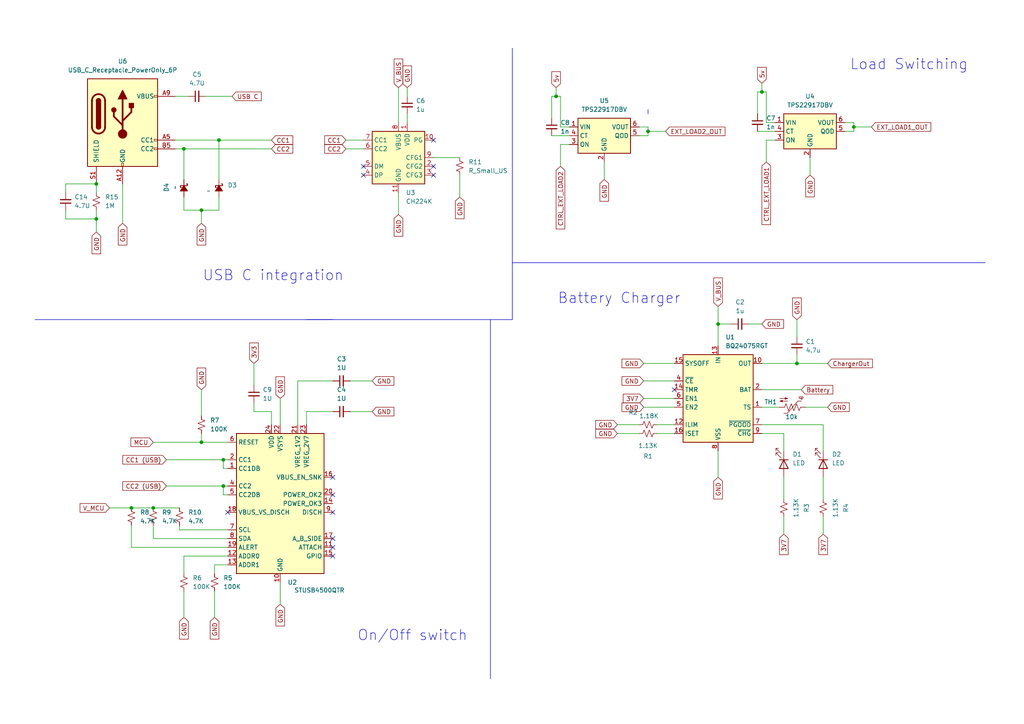
<source format=kicad_sch>
(kicad_sch
	(version 20250114)
	(generator "eeschema")
	(generator_version "9.0")
	(uuid "7678fce4-444c-4fab-9807-4d6a68fccd53")
	(paper "A4")
	(lib_symbols
		(symbol "Battery_Management:BQ24075RGT"
			(exclude_from_sim no)
			(in_bom yes)
			(on_board yes)
			(property "Reference" "U"
				(at -8.89 13.97 0)
				(effects
					(font
						(size 1.27 1.27)
					)
					(justify right)
				)
			)
			(property "Value" "BQ24075RGT"
				(at 16.51 13.97 0)
				(effects
					(font
						(size 1.27 1.27)
					)
					(justify right)
				)
			)
			(property "Footprint" "Package_DFN_QFN:VQFN-16-1EP_3x3mm_P0.5mm_EP1.6x1.6mm"
				(at 7.62 -13.97 0)
				(effects
					(font
						(size 1.27 1.27)
					)
					(justify left)
					(hide yes)
				)
			)
			(property "Datasheet" "http://www.ti.com/lit/ds/symlink/bq24075.pdf"
				(at 7.62 5.08 0)
				(effects
					(font
						(size 1.27 1.27)
					)
					(hide yes)
				)
			)
			(property "Description" "USB-Friendly Li-Ion Battery Charger and Power-Path Management, VQFN-16"
				(at 0 0 0)
				(effects
					(font
						(size 1.27 1.27)
					)
					(hide yes)
				)
			)
			(property "ki_keywords" "USB Charger"
				(at 0 0 0)
				(effects
					(font
						(size 1.27 1.27)
					)
					(hide yes)
				)
			)
			(property "ki_fp_filters" "VQFN*1EP*3x3mm*P0.5mm*"
				(at 0 0 0)
				(effects
					(font
						(size 1.27 1.27)
					)
					(hide yes)
				)
			)
			(symbol "BQ24075RGT_0_1"
				(rectangle
					(start -10.16 12.7)
					(end 10.16 -12.7)
					(stroke
						(width 0.254)
						(type default)
					)
					(fill
						(type background)
					)
				)
			)
			(symbol "BQ24075RGT_1_1"
				(pin input line
					(at -12.7 10.16 0)
					(length 2.54)
					(name "SYSOFF"
						(effects
							(font
								(size 1.27 1.27)
							)
						)
					)
					(number "15"
						(effects
							(font
								(size 1.27 1.27)
							)
						)
					)
				)
				(pin input line
					(at -12.7 5.08 0)
					(length 2.54)
					(name "~{CE}"
						(effects
							(font
								(size 1.27 1.27)
							)
						)
					)
					(number "4"
						(effects
							(font
								(size 1.27 1.27)
							)
						)
					)
				)
				(pin input line
					(at -12.7 2.54 0)
					(length 2.54)
					(name "TMR"
						(effects
							(font
								(size 1.27 1.27)
							)
						)
					)
					(number "14"
						(effects
							(font
								(size 1.27 1.27)
							)
						)
					)
				)
				(pin input line
					(at -12.7 0 0)
					(length 2.54)
					(name "EN1"
						(effects
							(font
								(size 1.27 1.27)
							)
						)
					)
					(number "6"
						(effects
							(font
								(size 1.27 1.27)
							)
						)
					)
				)
				(pin input line
					(at -12.7 -2.54 0)
					(length 2.54)
					(name "EN2"
						(effects
							(font
								(size 1.27 1.27)
							)
						)
					)
					(number "5"
						(effects
							(font
								(size 1.27 1.27)
							)
						)
					)
				)
				(pin passive line
					(at -12.7 -7.62 0)
					(length 2.54)
					(name "ILIM"
						(effects
							(font
								(size 1.27 1.27)
							)
						)
					)
					(number "12"
						(effects
							(font
								(size 1.27 1.27)
							)
						)
					)
				)
				(pin passive line
					(at -12.7 -10.16 0)
					(length 2.54)
					(name "ISET"
						(effects
							(font
								(size 1.27 1.27)
							)
						)
					)
					(number "16"
						(effects
							(font
								(size 1.27 1.27)
							)
						)
					)
				)
				(pin power_in line
					(at 0 15.24 270)
					(length 2.54)
					(name "IN"
						(effects
							(font
								(size 1.27 1.27)
							)
						)
					)
					(number "13"
						(effects
							(font
								(size 1.27 1.27)
							)
						)
					)
				)
				(pin passive line
					(at 0 -15.24 90)
					(length 2.54)
					(hide yes)
					(name "VSS"
						(effects
							(font
								(size 1.27 1.27)
							)
						)
					)
					(number "17"
						(effects
							(font
								(size 1.27 1.27)
							)
						)
					)
				)
				(pin power_in line
					(at 0 -15.24 90)
					(length 2.54)
					(name "VSS"
						(effects
							(font
								(size 1.27 1.27)
							)
						)
					)
					(number "8"
						(effects
							(font
								(size 1.27 1.27)
							)
						)
					)
				)
				(pin power_out line
					(at 12.7 10.16 180)
					(length 2.54)
					(name "OUT"
						(effects
							(font
								(size 1.27 1.27)
							)
						)
					)
					(number "10"
						(effects
							(font
								(size 1.27 1.27)
							)
						)
					)
				)
				(pin passive line
					(at 12.7 10.16 180)
					(length 2.54)
					(hide yes)
					(name "OUT"
						(effects
							(font
								(size 1.27 1.27)
							)
						)
					)
					(number "11"
						(effects
							(font
								(size 1.27 1.27)
							)
						)
					)
				)
				(pin power_out line
					(at 12.7 2.54 180)
					(length 2.54)
					(name "BAT"
						(effects
							(font
								(size 1.27 1.27)
							)
						)
					)
					(number "2"
						(effects
							(font
								(size 1.27 1.27)
							)
						)
					)
				)
				(pin passive line
					(at 12.7 2.54 180)
					(length 2.54)
					(hide yes)
					(name "BAT"
						(effects
							(font
								(size 1.27 1.27)
							)
						)
					)
					(number "3"
						(effects
							(font
								(size 1.27 1.27)
							)
						)
					)
				)
				(pin passive line
					(at 12.7 -2.54 180)
					(length 2.54)
					(name "TS"
						(effects
							(font
								(size 1.27 1.27)
							)
						)
					)
					(number "1"
						(effects
							(font
								(size 1.27 1.27)
							)
						)
					)
				)
				(pin open_collector line
					(at 12.7 -7.62 180)
					(length 2.54)
					(name "~{PGOOD}"
						(effects
							(font
								(size 1.27 1.27)
							)
						)
					)
					(number "7"
						(effects
							(font
								(size 1.27 1.27)
							)
						)
					)
				)
				(pin open_collector line
					(at 12.7 -10.16 180)
					(length 2.54)
					(name "~{CHG}"
						(effects
							(font
								(size 1.27 1.27)
							)
						)
					)
					(number "9"
						(effects
							(font
								(size 1.27 1.27)
							)
						)
					)
				)
			)
			(embedded_fonts no)
		)
		(symbol "Connector:USB_C_Receptacle_PowerOnly_6P"
			(pin_names
				(offset 1.016)
			)
			(exclude_from_sim no)
			(in_bom yes)
			(on_board yes)
			(property "Reference" "J"
				(at 0 16.51 0)
				(effects
					(font
						(size 1.27 1.27)
					)
					(justify bottom)
				)
			)
			(property "Value" "USB_C_Receptacle_PowerOnly_6P"
				(at 0 13.97 0)
				(effects
					(font
						(size 1.27 1.27)
					)
					(justify bottom)
				)
			)
			(property "Footprint" ""
				(at 3.81 2.54 0)
				(effects
					(font
						(size 1.27 1.27)
					)
					(hide yes)
				)
			)
			(property "Datasheet" "https://www.usb.org/sites/default/files/documents/usb_type-c.zip"
				(at 0 0 0)
				(effects
					(font
						(size 1.27 1.27)
					)
					(hide yes)
				)
			)
			(property "Description" "USB Power-Only 6P Type-C Receptacle connector"
				(at 0 0 0)
				(effects
					(font
						(size 1.27 1.27)
					)
					(hide yes)
				)
			)
			(property "ki_keywords" "usb universal serial bus type-C power-only charging-only 6P 6C"
				(at 0 0 0)
				(effects
					(font
						(size 1.27 1.27)
					)
					(hide yes)
				)
			)
			(property "ki_fp_filters" "USB*C*Receptacle*"
				(at 0 0 0)
				(effects
					(font
						(size 1.27 1.27)
					)
					(hide yes)
				)
			)
			(symbol "USB_C_Receptacle_PowerOnly_6P_0_0"
				(rectangle
					(start -0.254 -12.7)
					(end 0.254 -11.684)
					(stroke
						(width 0)
						(type default)
					)
					(fill
						(type none)
					)
				)
				(rectangle
					(start 10.16 7.874)
					(end 9.144 7.366)
					(stroke
						(width 0)
						(type default)
					)
					(fill
						(type none)
					)
				)
				(rectangle
					(start 10.16 -4.826)
					(end 9.144 -5.334)
					(stroke
						(width 0)
						(type default)
					)
					(fill
						(type none)
					)
				)
				(rectangle
					(start 10.16 -7.366)
					(end 9.144 -7.874)
					(stroke
						(width 0)
						(type default)
					)
					(fill
						(type none)
					)
				)
			)
			(symbol "USB_C_Receptacle_PowerOnly_6P_0_1"
				(rectangle
					(start -10.16 12.7)
					(end 10.16 -12.7)
					(stroke
						(width 0.254)
						(type default)
					)
					(fill
						(type background)
					)
				)
				(polyline
					(pts
						(xy -8.89 -1.27) (xy -8.89 6.35)
					)
					(stroke
						(width 0.508)
						(type default)
					)
					(fill
						(type none)
					)
				)
				(rectangle
					(start -7.62 -1.27)
					(end -6.35 6.35)
					(stroke
						(width 0.254)
						(type default)
					)
					(fill
						(type outline)
					)
				)
				(arc
					(start -7.62 6.35)
					(mid -6.985 6.9823)
					(end -6.35 6.35)
					(stroke
						(width 0.254)
						(type default)
					)
					(fill
						(type none)
					)
				)
				(arc
					(start -7.62 6.35)
					(mid -6.985 6.9823)
					(end -6.35 6.35)
					(stroke
						(width 0.254)
						(type default)
					)
					(fill
						(type outline)
					)
				)
				(arc
					(start -8.89 6.35)
					(mid -6.985 8.2467)
					(end -5.08 6.35)
					(stroke
						(width 0.508)
						(type default)
					)
					(fill
						(type none)
					)
				)
				(arc
					(start -5.08 -1.27)
					(mid -6.985 -3.1667)
					(end -8.89 -1.27)
					(stroke
						(width 0.508)
						(type default)
					)
					(fill
						(type none)
					)
				)
				(arc
					(start -6.35 -1.27)
					(mid -6.985 -1.9023)
					(end -7.62 -1.27)
					(stroke
						(width 0.254)
						(type default)
					)
					(fill
						(type none)
					)
				)
				(arc
					(start -6.35 -1.27)
					(mid -6.985 -1.9023)
					(end -7.62 -1.27)
					(stroke
						(width 0.254)
						(type default)
					)
					(fill
						(type outline)
					)
				)
				(polyline
					(pts
						(xy -5.08 6.35) (xy -5.08 -1.27)
					)
					(stroke
						(width 0.508)
						(type default)
					)
					(fill
						(type none)
					)
				)
				(circle
					(center -2.54 3.683)
					(radius 0.635)
					(stroke
						(width 0.254)
						(type default)
					)
					(fill
						(type outline)
					)
				)
				(polyline
					(pts
						(xy -1.27 6.858) (xy 0 9.398) (xy 1.27 6.858) (xy -1.27 6.858)
					)
					(stroke
						(width 0.254)
						(type default)
					)
					(fill
						(type outline)
					)
				)
				(polyline
					(pts
						(xy 0 0.508) (xy 2.54 3.048) (xy 2.54 4.318)
					)
					(stroke
						(width 0.508)
						(type default)
					)
					(fill
						(type none)
					)
				)
				(polyline
					(pts
						(xy 0 -0.762) (xy -2.54 1.778) (xy -2.54 3.048)
					)
					(stroke
						(width 0.508)
						(type default)
					)
					(fill
						(type none)
					)
				)
				(polyline
					(pts
						(xy 0 -3.302) (xy 0 6.858)
					)
					(stroke
						(width 0.508)
						(type default)
					)
					(fill
						(type none)
					)
				)
				(circle
					(center 0 -3.302)
					(radius 1.27)
					(stroke
						(width 0)
						(type default)
					)
					(fill
						(type outline)
					)
				)
				(rectangle
					(start 1.905 4.318)
					(end 3.175 5.588)
					(stroke
						(width 0.254)
						(type default)
					)
					(fill
						(type outline)
					)
				)
			)
			(symbol "USB_C_Receptacle_PowerOnly_6P_1_1"
				(pin passive line
					(at -7.62 -17.78 90)
					(length 5.08)
					(name "SHIELD"
						(effects
							(font
								(size 1.27 1.27)
							)
						)
					)
					(number "S1"
						(effects
							(font
								(size 1.27 1.27)
							)
						)
					)
				)
				(pin passive line
					(at 0 -17.78 90)
					(length 5.08)
					(name "GND"
						(effects
							(font
								(size 1.27 1.27)
							)
						)
					)
					(number "A12"
						(effects
							(font
								(size 1.27 1.27)
							)
						)
					)
				)
				(pin passive line
					(at 0 -17.78 90)
					(length 5.08)
					(hide yes)
					(name "GND"
						(effects
							(font
								(size 1.27 1.27)
							)
						)
					)
					(number "B12"
						(effects
							(font
								(size 1.27 1.27)
							)
						)
					)
				)
				(pin passive line
					(at 15.24 7.62 180)
					(length 5.08)
					(name "VBUS"
						(effects
							(font
								(size 1.27 1.27)
							)
						)
					)
					(number "A9"
						(effects
							(font
								(size 1.27 1.27)
							)
						)
					)
				)
				(pin passive line
					(at 15.24 7.62 180)
					(length 5.08)
					(hide yes)
					(name "VBUS"
						(effects
							(font
								(size 1.27 1.27)
							)
						)
					)
					(number "B9"
						(effects
							(font
								(size 1.27 1.27)
							)
						)
					)
				)
				(pin bidirectional line
					(at 15.24 -5.08 180)
					(length 5.08)
					(name "CC1"
						(effects
							(font
								(size 1.27 1.27)
							)
						)
					)
					(number "A5"
						(effects
							(font
								(size 1.27 1.27)
							)
						)
					)
				)
				(pin bidirectional line
					(at 15.24 -7.62 180)
					(length 5.08)
					(name "CC2"
						(effects
							(font
								(size 1.27 1.27)
							)
						)
					)
					(number "B5"
						(effects
							(font
								(size 1.27 1.27)
							)
						)
					)
				)
			)
			(embedded_fonts no)
		)
		(symbol "Device:C_Small"
			(pin_numbers
				(hide yes)
			)
			(pin_names
				(offset 0.254)
				(hide yes)
			)
			(exclude_from_sim no)
			(in_bom yes)
			(on_board yes)
			(property "Reference" "C"
				(at 0.254 1.778 0)
				(effects
					(font
						(size 1.27 1.27)
					)
					(justify left)
				)
			)
			(property "Value" "C_Small"
				(at 0.254 -2.032 0)
				(effects
					(font
						(size 1.27 1.27)
					)
					(justify left)
				)
			)
			(property "Footprint" ""
				(at 0 0 0)
				(effects
					(font
						(size 1.27 1.27)
					)
					(hide yes)
				)
			)
			(property "Datasheet" "~"
				(at 0 0 0)
				(effects
					(font
						(size 1.27 1.27)
					)
					(hide yes)
				)
			)
			(property "Description" "Unpolarized capacitor, small symbol"
				(at 0 0 0)
				(effects
					(font
						(size 1.27 1.27)
					)
					(hide yes)
				)
			)
			(property "ki_keywords" "capacitor cap"
				(at 0 0 0)
				(effects
					(font
						(size 1.27 1.27)
					)
					(hide yes)
				)
			)
			(property "ki_fp_filters" "C_*"
				(at 0 0 0)
				(effects
					(font
						(size 1.27 1.27)
					)
					(hide yes)
				)
			)
			(symbol "C_Small_0_1"
				(polyline
					(pts
						(xy -1.524 0.508) (xy 1.524 0.508)
					)
					(stroke
						(width 0.3048)
						(type default)
					)
					(fill
						(type none)
					)
				)
				(polyline
					(pts
						(xy -1.524 -0.508) (xy 1.524 -0.508)
					)
					(stroke
						(width 0.3302)
						(type default)
					)
					(fill
						(type none)
					)
				)
			)
			(symbol "C_Small_1_1"
				(pin passive line
					(at 0 2.54 270)
					(length 2.032)
					(name "~"
						(effects
							(font
								(size 1.27 1.27)
							)
						)
					)
					(number "1"
						(effects
							(font
								(size 1.27 1.27)
							)
						)
					)
				)
				(pin passive line
					(at 0 -2.54 90)
					(length 2.032)
					(name "~"
						(effects
							(font
								(size 1.27 1.27)
							)
						)
					)
					(number "2"
						(effects
							(font
								(size 1.27 1.27)
							)
						)
					)
				)
			)
			(embedded_fonts no)
		)
		(symbol "Device:D_Schottky_Small_Filled"
			(pin_numbers
				(hide yes)
			)
			(pin_names
				(offset 0.254)
				(hide yes)
			)
			(exclude_from_sim no)
			(in_bom yes)
			(on_board yes)
			(property "Reference" "D"
				(at -1.27 2.032 0)
				(effects
					(font
						(size 1.27 1.27)
					)
					(justify left)
				)
			)
			(property "Value" "D_Schottky_Small_Filled"
				(at -7.112 -2.032 0)
				(effects
					(font
						(size 1.27 1.27)
					)
					(justify left)
				)
			)
			(property "Footprint" ""
				(at 0 0 90)
				(effects
					(font
						(size 1.27 1.27)
					)
					(hide yes)
				)
			)
			(property "Datasheet" "~"
				(at 0 0 90)
				(effects
					(font
						(size 1.27 1.27)
					)
					(hide yes)
				)
			)
			(property "Description" "Schottky diode, small symbol, filled shape"
				(at 0 0 0)
				(effects
					(font
						(size 1.27 1.27)
					)
					(hide yes)
				)
			)
			(property "ki_keywords" "diode Schottky"
				(at 0 0 0)
				(effects
					(font
						(size 1.27 1.27)
					)
					(hide yes)
				)
			)
			(property "ki_fp_filters" "TO-???* *_Diode_* *SingleDiode* D_*"
				(at 0 0 0)
				(effects
					(font
						(size 1.27 1.27)
					)
					(hide yes)
				)
			)
			(symbol "D_Schottky_Small_Filled_0_1"
				(polyline
					(pts
						(xy -1.27 0.762) (xy -1.27 1.016) (xy -0.762 1.016) (xy -0.762 -1.016) (xy -0.254 -1.016) (xy -0.254 -0.762)
					)
					(stroke
						(width 0.254)
						(type default)
					)
					(fill
						(type none)
					)
				)
				(polyline
					(pts
						(xy -0.762 0) (xy 0.762 0)
					)
					(stroke
						(width 0)
						(type default)
					)
					(fill
						(type none)
					)
				)
				(polyline
					(pts
						(xy 0.762 -1.016) (xy -0.762 0) (xy 0.762 1.016) (xy 0.762 -1.016)
					)
					(stroke
						(width 0.254)
						(type default)
					)
					(fill
						(type outline)
					)
				)
			)
			(symbol "D_Schottky_Small_Filled_1_1"
				(pin passive line
					(at -2.54 0 0)
					(length 1.778)
					(name "K"
						(effects
							(font
								(size 1.27 1.27)
							)
						)
					)
					(number "1"
						(effects
							(font
								(size 1.27 1.27)
							)
						)
					)
				)
				(pin passive line
					(at 2.54 0 180)
					(length 1.778)
					(name "A"
						(effects
							(font
								(size 1.27 1.27)
							)
						)
					)
					(number "2"
						(effects
							(font
								(size 1.27 1.27)
							)
						)
					)
				)
			)
			(embedded_fonts no)
		)
		(symbol "Device:LED"
			(pin_numbers
				(hide yes)
			)
			(pin_names
				(offset 1.016)
				(hide yes)
			)
			(exclude_from_sim no)
			(in_bom yes)
			(on_board yes)
			(property "Reference" "D"
				(at 0 2.54 0)
				(effects
					(font
						(size 1.27 1.27)
					)
				)
			)
			(property "Value" "LED"
				(at 0 -2.54 0)
				(effects
					(font
						(size 1.27 1.27)
					)
				)
			)
			(property "Footprint" ""
				(at 0 0 0)
				(effects
					(font
						(size 1.27 1.27)
					)
					(hide yes)
				)
			)
			(property "Datasheet" "~"
				(at 0 0 0)
				(effects
					(font
						(size 1.27 1.27)
					)
					(hide yes)
				)
			)
			(property "Description" "Light emitting diode"
				(at 0 0 0)
				(effects
					(font
						(size 1.27 1.27)
					)
					(hide yes)
				)
			)
			(property "Sim.Pins" "1=K 2=A"
				(at 0 0 0)
				(effects
					(font
						(size 1.27 1.27)
					)
					(hide yes)
				)
			)
			(property "ki_keywords" "LED diode"
				(at 0 0 0)
				(effects
					(font
						(size 1.27 1.27)
					)
					(hide yes)
				)
			)
			(property "ki_fp_filters" "LED* LED_SMD:* LED_THT:*"
				(at 0 0 0)
				(effects
					(font
						(size 1.27 1.27)
					)
					(hide yes)
				)
			)
			(symbol "LED_0_1"
				(polyline
					(pts
						(xy -3.048 -0.762) (xy -4.572 -2.286) (xy -3.81 -2.286) (xy -4.572 -2.286) (xy -4.572 -1.524)
					)
					(stroke
						(width 0)
						(type default)
					)
					(fill
						(type none)
					)
				)
				(polyline
					(pts
						(xy -1.778 -0.762) (xy -3.302 -2.286) (xy -2.54 -2.286) (xy -3.302 -2.286) (xy -3.302 -1.524)
					)
					(stroke
						(width 0)
						(type default)
					)
					(fill
						(type none)
					)
				)
				(polyline
					(pts
						(xy -1.27 0) (xy 1.27 0)
					)
					(stroke
						(width 0)
						(type default)
					)
					(fill
						(type none)
					)
				)
				(polyline
					(pts
						(xy -1.27 -1.27) (xy -1.27 1.27)
					)
					(stroke
						(width 0.254)
						(type default)
					)
					(fill
						(type none)
					)
				)
				(polyline
					(pts
						(xy 1.27 -1.27) (xy 1.27 1.27) (xy -1.27 0) (xy 1.27 -1.27)
					)
					(stroke
						(width 0.254)
						(type default)
					)
					(fill
						(type none)
					)
				)
			)
			(symbol "LED_1_1"
				(pin passive line
					(at -3.81 0 0)
					(length 2.54)
					(name "K"
						(effects
							(font
								(size 1.27 1.27)
							)
						)
					)
					(number "1"
						(effects
							(font
								(size 1.27 1.27)
							)
						)
					)
				)
				(pin passive line
					(at 3.81 0 180)
					(length 2.54)
					(name "A"
						(effects
							(font
								(size 1.27 1.27)
							)
						)
					)
					(number "2"
						(effects
							(font
								(size 1.27 1.27)
							)
						)
					)
				)
			)
			(embedded_fonts no)
		)
		(symbol "Device:R_Small_US"
			(pin_numbers
				(hide yes)
			)
			(pin_names
				(offset 0.254)
				(hide yes)
			)
			(exclude_from_sim no)
			(in_bom yes)
			(on_board yes)
			(property "Reference" "R"
				(at 0.762 0.508 0)
				(effects
					(font
						(size 1.27 1.27)
					)
					(justify left)
				)
			)
			(property "Value" "R_Small_US"
				(at 0.762 -1.016 0)
				(effects
					(font
						(size 1.27 1.27)
					)
					(justify left)
				)
			)
			(property "Footprint" ""
				(at 0 0 0)
				(effects
					(font
						(size 1.27 1.27)
					)
					(hide yes)
				)
			)
			(property "Datasheet" "~"
				(at 0 0 0)
				(effects
					(font
						(size 1.27 1.27)
					)
					(hide yes)
				)
			)
			(property "Description" "Resistor, small US symbol"
				(at 0 0 0)
				(effects
					(font
						(size 1.27 1.27)
					)
					(hide yes)
				)
			)
			(property "ki_keywords" "r resistor"
				(at 0 0 0)
				(effects
					(font
						(size 1.27 1.27)
					)
					(hide yes)
				)
			)
			(property "ki_fp_filters" "R_*"
				(at 0 0 0)
				(effects
					(font
						(size 1.27 1.27)
					)
					(hide yes)
				)
			)
			(symbol "R_Small_US_1_1"
				(polyline
					(pts
						(xy 0 1.524) (xy 1.016 1.143) (xy 0 0.762) (xy -1.016 0.381) (xy 0 0)
					)
					(stroke
						(width 0)
						(type default)
					)
					(fill
						(type none)
					)
				)
				(polyline
					(pts
						(xy 0 0) (xy 1.016 -0.381) (xy 0 -0.762) (xy -1.016 -1.143) (xy 0 -1.524)
					)
					(stroke
						(width 0)
						(type default)
					)
					(fill
						(type none)
					)
				)
				(pin passive line
					(at 0 2.54 270)
					(length 1.016)
					(name "~"
						(effects
							(font
								(size 1.27 1.27)
							)
						)
					)
					(number "1"
						(effects
							(font
								(size 1.27 1.27)
							)
						)
					)
				)
				(pin passive line
					(at 0 -2.54 90)
					(length 1.016)
					(name "~"
						(effects
							(font
								(size 1.27 1.27)
							)
						)
					)
					(number "2"
						(effects
							(font
								(size 1.27 1.27)
							)
						)
					)
				)
			)
			(embedded_fonts no)
		)
		(symbol "Device:Thermistor_NTC_US"
			(pin_numbers
				(hide yes)
			)
			(pin_names
				(offset 0)
			)
			(exclude_from_sim no)
			(in_bom yes)
			(on_board yes)
			(property "Reference" "TH"
				(at -4.445 0 90)
				(effects
					(font
						(size 1.27 1.27)
					)
				)
			)
			(property "Value" "Thermistor_NTC_US"
				(at 3.175 0 90)
				(effects
					(font
						(size 1.27 1.27)
					)
				)
			)
			(property "Footprint" ""
				(at 0 1.27 0)
				(effects
					(font
						(size 1.27 1.27)
					)
					(hide yes)
				)
			)
			(property "Datasheet" "~"
				(at 0 1.27 0)
				(effects
					(font
						(size 1.27 1.27)
					)
					(hide yes)
				)
			)
			(property "Description" "Temperature dependent resistor, negative temperature coefficient, US symbol"
				(at 0 0 0)
				(effects
					(font
						(size 1.27 1.27)
					)
					(hide yes)
				)
			)
			(property "ki_keywords" "thermistor NTC resistor sensor RTD"
				(at 0 0 0)
				(effects
					(font
						(size 1.27 1.27)
					)
					(hide yes)
				)
			)
			(property "ki_fp_filters" "*NTC* *Thermistor* PIN?ARRAY* bornier* *Terminal?Block* R_*"
				(at 0 0 0)
				(effects
					(font
						(size 1.27 1.27)
					)
					(hide yes)
				)
			)
			(symbol "Thermistor_NTC_US_0_1"
				(arc
					(start -3.175 2.413)
					(mid -3.0506 2.3165)
					(end -3.048 2.159)
					(stroke
						(width 0)
						(type default)
					)
					(fill
						(type none)
					)
				)
				(arc
					(start -3.048 2.794)
					(mid -2.9736 2.9736)
					(end -2.794 3.048)
					(stroke
						(width 0)
						(type default)
					)
					(fill
						(type none)
					)
				)
				(arc
					(start -2.794 3.048)
					(mid -2.6144 2.9736)
					(end -2.54 2.794)
					(stroke
						(width 0)
						(type default)
					)
					(fill
						(type none)
					)
				)
				(arc
					(start -2.794 2.54)
					(mid -2.9736 2.6144)
					(end -3.048 2.794)
					(stroke
						(width 0)
						(type default)
					)
					(fill
						(type none)
					)
				)
				(arc
					(start -2.794 1.905)
					(mid -2.9736 1.9794)
					(end -3.048 2.159)
					(stroke
						(width 0)
						(type default)
					)
					(fill
						(type none)
					)
				)
				(arc
					(start -2.54 2.159)
					(mid -2.6144 1.9794)
					(end -2.794 1.905)
					(stroke
						(width 0)
						(type default)
					)
					(fill
						(type none)
					)
				)
				(arc
					(start -2.159 2.794)
					(mid -2.434 2.5608)
					(end -2.794 2.54)
					(stroke
						(width 0)
						(type default)
					)
					(fill
						(type none)
					)
				)
				(polyline
					(pts
						(xy -2.54 2.159) (xy -2.54 2.794)
					)
					(stroke
						(width 0)
						(type default)
					)
					(fill
						(type none)
					)
				)
				(polyline
					(pts
						(xy -2.54 -3.683) (xy -2.54 -1.397) (xy -2.794 -2.159) (xy -2.286 -2.159) (xy -2.54 -1.397) (xy -2.54 -1.651)
					)
					(stroke
						(width 0)
						(type default)
					)
					(fill
						(type outline)
					)
				)
				(polyline
					(pts
						(xy -1.778 2.54) (xy -1.778 1.524) (xy 1.778 -1.524) (xy 1.778 -2.54)
					)
					(stroke
						(width 0)
						(type default)
					)
					(fill
						(type none)
					)
				)
				(polyline
					(pts
						(xy -1.778 -1.397) (xy -1.778 -3.683) (xy -2.032 -2.921) (xy -1.524 -2.921) (xy -1.778 -3.683)
						(xy -1.778 -3.429)
					)
					(stroke
						(width 0)
						(type default)
					)
					(fill
						(type outline)
					)
				)
				(polyline
					(pts
						(xy 0 2.286) (xy 0 2.54)
					)
					(stroke
						(width 0)
						(type default)
					)
					(fill
						(type none)
					)
				)
				(polyline
					(pts
						(xy 0 2.286) (xy 1.016 1.905) (xy 0 1.524) (xy -1.016 1.143) (xy 0 0.762)
					)
					(stroke
						(width 0)
						(type default)
					)
					(fill
						(type none)
					)
				)
				(polyline
					(pts
						(xy 0 0.762) (xy 1.016 0.381) (xy 0 0) (xy -1.016 -0.381) (xy 0 -0.762)
					)
					(stroke
						(width 0)
						(type default)
					)
					(fill
						(type none)
					)
				)
				(polyline
					(pts
						(xy 0 -0.762) (xy 1.016 -1.143) (xy 0 -1.524) (xy -1.016 -1.905) (xy 0 -2.286)
					)
					(stroke
						(width 0)
						(type default)
					)
					(fill
						(type none)
					)
				)
				(polyline
					(pts
						(xy 0 -2.286) (xy 0 -2.54)
					)
					(stroke
						(width 0)
						(type default)
					)
					(fill
						(type none)
					)
				)
			)
			(symbol "Thermistor_NTC_US_1_1"
				(pin passive line
					(at 0 3.81 270)
					(length 1.27)
					(name "~"
						(effects
							(font
								(size 1.27 1.27)
							)
						)
					)
					(number "1"
						(effects
							(font
								(size 1.27 1.27)
							)
						)
					)
				)
				(pin passive line
					(at 0 -3.81 90)
					(length 1.27)
					(name "~"
						(effects
							(font
								(size 1.27 1.27)
							)
						)
					)
					(number "2"
						(effects
							(font
								(size 1.27 1.27)
							)
						)
					)
				)
			)
			(embedded_fonts no)
		)
		(symbol "Interface_USB:CH224K"
			(exclude_from_sim no)
			(in_bom yes)
			(on_board yes)
			(property "Reference" "U"
				(at -7.874 -8.89 0)
				(effects
					(font
						(size 1.27 1.27)
					)
					(justify left)
				)
			)
			(property "Value" "CH224K"
				(at 3.048 -8.89 0)
				(effects
					(font
						(size 1.27 1.27)
					)
					(justify left)
				)
			)
			(property "Footprint" "Package_SO:SSOP-10-1EP_3.9x4.9mm_P1mm_EP2.1x3.3mm"
				(at 0 -24.13 0)
				(effects
					(font
						(size 1.27 1.27)
					)
					(hide yes)
				)
			)
			(property "Datasheet" "https://www.wch.cn/downloads/file/301.html"
				(at 0 13.97 0)
				(effects
					(font
						(size 1.27 1.27)
					)
					(hide yes)
				)
			)
			(property "Description" "100W USB Type-C PD3.0/2.0, BC1.2 Sink Controller, SSOP-10"
				(at 0 0 0)
				(effects
					(font
						(size 1.27 1.27)
					)
					(hide yes)
				)
			)
			(property "ki_keywords" "USB-C WCH powered-device"
				(at 0 0 0)
				(effects
					(font
						(size 1.27 1.27)
					)
					(hide yes)
				)
			)
			(property "ki_fp_filters" "SSOP*3.9x4.9mm*P1mm*EP2.1x3.3mm*"
				(at 0 0 0)
				(effects
					(font
						(size 1.27 1.27)
					)
					(hide yes)
				)
			)
			(symbol "CH224K_1_1"
				(rectangle
					(start -7.62 7.62)
					(end 7.62 -7.62)
					(stroke
						(width 0.254)
						(type default)
					)
					(fill
						(type background)
					)
				)
				(pin bidirectional line
					(at -10.16 5.08 0)
					(length 2.54)
					(name "CC1"
						(effects
							(font
								(size 1.27 1.27)
							)
						)
					)
					(number "7"
						(effects
							(font
								(size 1.27 1.27)
							)
						)
					)
				)
				(pin bidirectional line
					(at -10.16 2.54 0)
					(length 2.54)
					(name "CC2"
						(effects
							(font
								(size 1.27 1.27)
							)
						)
					)
					(number "6"
						(effects
							(font
								(size 1.27 1.27)
							)
						)
					)
				)
				(pin bidirectional line
					(at -10.16 -2.54 0)
					(length 2.54)
					(name "DM"
						(effects
							(font
								(size 1.27 1.27)
							)
						)
					)
					(number "5"
						(effects
							(font
								(size 1.27 1.27)
							)
						)
					)
				)
				(pin bidirectional line
					(at -10.16 -5.08 0)
					(length 2.54)
					(name "DP"
						(effects
							(font
								(size 1.27 1.27)
							)
						)
					)
					(number "4"
						(effects
							(font
								(size 1.27 1.27)
							)
						)
					)
				)
				(pin passive line
					(at 0 10.16 270)
					(length 2.54)
					(name "VBUS"
						(effects
							(font
								(size 1.27 1.27)
							)
						)
					)
					(number "8"
						(effects
							(font
								(size 1.27 1.27)
							)
						)
					)
				)
				(pin power_in line
					(at 0 -10.16 90)
					(length 2.54)
					(name "GND"
						(effects
							(font
								(size 1.27 1.27)
							)
						)
					)
					(number "11"
						(effects
							(font
								(size 1.27 1.27)
							)
						)
					)
				)
				(pin power_in line
					(at 2.54 10.16 270)
					(length 2.54)
					(name "VDD"
						(effects
							(font
								(size 1.27 1.27)
							)
						)
					)
					(number "1"
						(effects
							(font
								(size 1.27 1.27)
							)
						)
					)
				)
				(pin open_collector line
					(at 10.16 5.08 180)
					(length 2.54)
					(name "PG"
						(effects
							(font
								(size 1.27 1.27)
							)
						)
					)
					(number "10"
						(effects
							(font
								(size 1.27 1.27)
							)
						)
					)
				)
				(pin passive line
					(at 10.16 0 180)
					(length 2.54)
					(name "CFG1"
						(effects
							(font
								(size 1.27 1.27)
							)
						)
					)
					(number "9"
						(effects
							(font
								(size 1.27 1.27)
							)
						)
					)
				)
				(pin passive line
					(at 10.16 -2.54 180)
					(length 2.54)
					(name "CFG2"
						(effects
							(font
								(size 1.27 1.27)
							)
						)
					)
					(number "2"
						(effects
							(font
								(size 1.27 1.27)
							)
						)
					)
				)
				(pin passive line
					(at 10.16 -5.08 180)
					(length 2.54)
					(name "CFG3"
						(effects
							(font
								(size 1.27 1.27)
							)
						)
					)
					(number "3"
						(effects
							(font
								(size 1.27 1.27)
							)
						)
					)
				)
			)
			(embedded_fonts no)
		)
		(symbol "Interface_USB:STUSB4500QTR"
			(exclude_from_sim no)
			(in_bom yes)
			(on_board yes)
			(property "Reference" "U"
				(at -12.7 21.59 0)
				(effects
					(font
						(size 1.27 1.27)
					)
				)
			)
			(property "Value" "STUSB4500QTR"
				(at 8.89 -21.59 0)
				(effects
					(font
						(size 1.27 1.27)
					)
				)
			)
			(property "Footprint" "Package_DFN_QFN:QFN-24-1EP_4x4mm_P0.5mm_EP2.7x2.7mm"
				(at 0 0 0)
				(effects
					(font
						(size 1.27 1.27)
					)
					(hide yes)
				)
			)
			(property "Datasheet" "https://www.st.com/resource/en/datasheet/stusb4500.pdf"
				(at 0 0 0)
				(effects
					(font
						(size 1.27 1.27)
					)
					(hide yes)
				)
			)
			(property "Description" "Stand-alone USB PD controller (with sink Auto-run mode), QFN-24"
				(at 0 0 0)
				(effects
					(font
						(size 1.27 1.27)
					)
					(hide yes)
				)
			)
			(property "ki_keywords" "USB PD Type C Sink"
				(at 0 0 0)
				(effects
					(font
						(size 1.27 1.27)
					)
					(hide yes)
				)
			)
			(property "ki_fp_filters" "QFN*4x4mm*P0.5mm*"
				(at 0 0 0)
				(effects
					(font
						(size 1.27 1.27)
					)
					(hide yes)
				)
			)
			(symbol "STUSB4500QTR_0_1"
				(rectangle
					(start -12.7 20.32)
					(end 12.7 -20.32)
					(stroke
						(width 0.254)
						(type default)
					)
					(fill
						(type background)
					)
				)
			)
			(symbol "STUSB4500QTR_1_1"
				(pin input line
					(at -15.24 17.78 0)
					(length 2.54)
					(name "RESET"
						(effects
							(font
								(size 1.27 1.27)
							)
						)
					)
					(number "6"
						(effects
							(font
								(size 1.27 1.27)
							)
						)
					)
				)
				(pin bidirectional line
					(at -15.24 12.7 0)
					(length 2.54)
					(name "CC1"
						(effects
							(font
								(size 1.27 1.27)
							)
						)
					)
					(number "2"
						(effects
							(font
								(size 1.27 1.27)
							)
						)
					)
				)
				(pin bidirectional line
					(at -15.24 10.16 0)
					(length 2.54)
					(name "CC1DB"
						(effects
							(font
								(size 1.27 1.27)
							)
						)
					)
					(number "1"
						(effects
							(font
								(size 1.27 1.27)
							)
						)
					)
				)
				(pin bidirectional line
					(at -15.24 5.08 0)
					(length 2.54)
					(name "CC2"
						(effects
							(font
								(size 1.27 1.27)
							)
						)
					)
					(number "4"
						(effects
							(font
								(size 1.27 1.27)
							)
						)
					)
				)
				(pin bidirectional line
					(at -15.24 2.54 0)
					(length 2.54)
					(name "CC2DB"
						(effects
							(font
								(size 1.27 1.27)
							)
						)
					)
					(number "5"
						(effects
							(font
								(size 1.27 1.27)
							)
						)
					)
				)
				(pin input line
					(at -15.24 -2.54 0)
					(length 2.54)
					(name "VBUS_VS_DISCH"
						(effects
							(font
								(size 1.27 1.27)
							)
						)
					)
					(number "18"
						(effects
							(font
								(size 1.27 1.27)
							)
						)
					)
				)
				(pin input line
					(at -15.24 -7.62 0)
					(length 2.54)
					(name "SCL"
						(effects
							(font
								(size 1.27 1.27)
							)
						)
					)
					(number "7"
						(effects
							(font
								(size 1.27 1.27)
							)
						)
					)
				)
				(pin bidirectional line
					(at -15.24 -10.16 0)
					(length 2.54)
					(name "SDA"
						(effects
							(font
								(size 1.27 1.27)
							)
						)
					)
					(number "8"
						(effects
							(font
								(size 1.27 1.27)
							)
						)
					)
				)
				(pin open_collector line
					(at -15.24 -12.7 0)
					(length 2.54)
					(name "ALERT"
						(effects
							(font
								(size 1.27 1.27)
							)
						)
					)
					(number "19"
						(effects
							(font
								(size 1.27 1.27)
							)
						)
					)
				)
				(pin input line
					(at -15.24 -15.24 0)
					(length 2.54)
					(name "ADDR0"
						(effects
							(font
								(size 1.27 1.27)
							)
						)
					)
					(number "12"
						(effects
							(font
								(size 1.27 1.27)
							)
						)
					)
				)
				(pin input line
					(at -15.24 -17.78 0)
					(length 2.54)
					(name "ADDR1"
						(effects
							(font
								(size 1.27 1.27)
							)
						)
					)
					(number "13"
						(effects
							(font
								(size 1.27 1.27)
							)
						)
					)
				)
				(pin no_connect line
					(at -12.7 15.24 0)
					(length 2.54)
					(hide yes)
					(name "NC"
						(effects
							(font
								(size 1.27 1.27)
							)
						)
					)
					(number "3"
						(effects
							(font
								(size 1.27 1.27)
							)
						)
					)
				)
				(pin power_in line
					(at -2.54 22.86 270)
					(length 2.54)
					(name "VDD"
						(effects
							(font
								(size 1.27 1.27)
							)
						)
					)
					(number "24"
						(effects
							(font
								(size 1.27 1.27)
							)
						)
					)
				)
				(pin power_in line
					(at 0 22.86 270)
					(length 2.54)
					(name "VSYS"
						(effects
							(font
								(size 1.27 1.27)
							)
						)
					)
					(number "22"
						(effects
							(font
								(size 1.27 1.27)
							)
						)
					)
				)
				(pin power_in line
					(at 0 -22.86 90)
					(length 2.54)
					(name "GND"
						(effects
							(font
								(size 1.27 1.27)
							)
						)
					)
					(number "10"
						(effects
							(font
								(size 1.27 1.27)
							)
						)
					)
				)
				(pin passive line
					(at 0 -22.86 90)
					(length 2.54)
					(hide yes)
					(name "GND"
						(effects
							(font
								(size 1.27 1.27)
							)
						)
					)
					(number "25"
						(effects
							(font
								(size 1.27 1.27)
							)
						)
					)
				)
				(pin power_out line
					(at 5.08 22.86 270)
					(length 2.54)
					(name "VREG_1V2"
						(effects
							(font
								(size 1.27 1.27)
							)
						)
					)
					(number "21"
						(effects
							(font
								(size 1.27 1.27)
							)
						)
					)
				)
				(pin power_out line
					(at 7.62 22.86 270)
					(length 2.54)
					(name "VREG_2V7"
						(effects
							(font
								(size 1.27 1.27)
							)
						)
					)
					(number "23"
						(effects
							(font
								(size 1.27 1.27)
							)
						)
					)
				)
				(pin open_collector line
					(at 15.24 7.62 180)
					(length 2.54)
					(name "VBUS_EN_SNK"
						(effects
							(font
								(size 1.27 1.27)
							)
						)
					)
					(number "16"
						(effects
							(font
								(size 1.27 1.27)
							)
						)
					)
				)
				(pin open_collector line
					(at 15.24 2.54 180)
					(length 2.54)
					(name "POWER_OK2"
						(effects
							(font
								(size 1.27 1.27)
							)
						)
					)
					(number "20"
						(effects
							(font
								(size 1.27 1.27)
							)
						)
					)
				)
				(pin open_collector line
					(at 15.24 0 180)
					(length 2.54)
					(name "POWER_OK3"
						(effects
							(font
								(size 1.27 1.27)
							)
						)
					)
					(number "14"
						(effects
							(font
								(size 1.27 1.27)
							)
						)
					)
				)
				(pin bidirectional line
					(at 15.24 -2.54 180)
					(length 2.54)
					(name "DISCH"
						(effects
							(font
								(size 1.27 1.27)
							)
						)
					)
					(number "9"
						(effects
							(font
								(size 1.27 1.27)
							)
						)
					)
				)
				(pin open_collector line
					(at 15.24 -10.16 180)
					(length 2.54)
					(name "A_B_SIDE"
						(effects
							(font
								(size 1.27 1.27)
							)
						)
					)
					(number "17"
						(effects
							(font
								(size 1.27 1.27)
							)
						)
					)
				)
				(pin open_collector line
					(at 15.24 -12.7 180)
					(length 2.54)
					(name "ATTACH"
						(effects
							(font
								(size 1.27 1.27)
							)
						)
					)
					(number "11"
						(effects
							(font
								(size 1.27 1.27)
							)
						)
					)
				)
				(pin open_collector line
					(at 15.24 -15.24 180)
					(length 2.54)
					(name "GPIO"
						(effects
							(font
								(size 1.27 1.27)
							)
						)
					)
					(number "15"
						(effects
							(font
								(size 1.27 1.27)
							)
						)
					)
				)
			)
			(embedded_fonts no)
		)
		(symbol "Power_Management:TPS22917DBV"
			(exclude_from_sim no)
			(in_bom yes)
			(on_board yes)
			(property "Reference" "U"
				(at -6.35 6.35 0)
				(effects
					(font
						(size 1.27 1.27)
					)
				)
			)
			(property "Value" "TPS22917DBV"
				(at 2.54 6.35 0)
				(effects
					(font
						(size 1.27 1.27)
					)
				)
			)
			(property "Footprint" "Package_TO_SOT_SMD:SOT-23-6"
				(at 0 12.7 0)
				(effects
					(font
						(size 1.27 1.27)
					)
					(hide yes)
				)
			)
			(property "Datasheet" "http://www.ti.com/lit/ds/symlink/tps22917.pdf"
				(at 1.27 -17.78 0)
				(effects
					(font
						(size 1.27 1.27)
					)
					(hide yes)
				)
			)
			(property "Description" "1V to 5.5V, 2A, 80mΩ Ultra-Low Leakage Load Switch, SOT23-6"
				(at 0 0 0)
				(effects
					(font
						(size 1.27 1.27)
					)
					(hide yes)
				)
			)
			(property "ki_keywords" "high-side power distribution switch"
				(at 0 0 0)
				(effects
					(font
						(size 1.27 1.27)
					)
					(hide yes)
				)
			)
			(property "ki_fp_filters" "SOT?23*"
				(at 0 0 0)
				(effects
					(font
						(size 1.27 1.27)
					)
					(hide yes)
				)
			)
			(symbol "TPS22917DBV_0_1"
				(rectangle
					(start -7.62 5.08)
					(end 7.62 -5.08)
					(stroke
						(width 0.254)
						(type default)
					)
					(fill
						(type background)
					)
				)
			)
			(symbol "TPS22917DBV_1_1"
				(pin power_in line
					(at -10.16 2.54 0)
					(length 2.54)
					(name "VIN"
						(effects
							(font
								(size 1.27 1.27)
							)
						)
					)
					(number "1"
						(effects
							(font
								(size 1.27 1.27)
							)
						)
					)
				)
				(pin output line
					(at -10.16 0 0)
					(length 2.54)
					(name "CT"
						(effects
							(font
								(size 1.27 1.27)
							)
						)
					)
					(number "4"
						(effects
							(font
								(size 1.27 1.27)
							)
						)
					)
				)
				(pin input line
					(at -10.16 -2.54 0)
					(length 2.54)
					(name "ON"
						(effects
							(font
								(size 1.27 1.27)
							)
						)
					)
					(number "3"
						(effects
							(font
								(size 1.27 1.27)
							)
						)
					)
				)
				(pin power_in line
					(at 0 -7.62 90)
					(length 2.54)
					(name "GND"
						(effects
							(font
								(size 1.27 1.27)
							)
						)
					)
					(number "2"
						(effects
							(font
								(size 1.27 1.27)
							)
						)
					)
				)
				(pin power_out line
					(at 10.16 2.54 180)
					(length 2.54)
					(name "VOUT"
						(effects
							(font
								(size 1.27 1.27)
							)
						)
					)
					(number "6"
						(effects
							(font
								(size 1.27 1.27)
							)
						)
					)
				)
				(pin open_collector line
					(at 10.16 0 180)
					(length 2.54)
					(name "QOD"
						(effects
							(font
								(size 1.27 1.27)
							)
						)
					)
					(number "5"
						(effects
							(font
								(size 1.27 1.27)
							)
						)
					)
				)
			)
			(embedded_fonts no)
		)
	)
	(text "Battery Charger"
		(exclude_from_sim no)
		(at 179.578 86.614 0)
		(effects
			(font
				(size 3 3)
			)
		)
		(uuid "0c511bac-41c8-4e69-9b06-7344b51f549a")
	)
	(text "Load Switching\n"
		(exclude_from_sim no)
		(at 263.652 18.796 0)
		(effects
			(font
				(size 3 3)
			)
		)
		(uuid "35e345b4-07c2-4365-8904-c41021bda0f4")
	)
	(text "USB C integration\n"
		(exclude_from_sim no)
		(at 79.248 80.01 0)
		(effects
			(font
				(size 3 3)
			)
		)
		(uuid "9399a0bc-4e01-45c1-b6f4-906839c66b0a")
	)
	(text "On/Off switch"
		(exclude_from_sim no)
		(at 119.634 184.404 0)
		(effects
			(font
				(size 3 3)
			)
		)
		(uuid "9bb757fb-4061-4f74-9055-69b4302c6bf8")
	)
	(junction
		(at 231.14 105.41)
		(diameter 0)
		(color 0 0 0 0)
		(uuid "137126e6-a391-4597-ac5c-6de94b5b71bc")
	)
	(junction
		(at 27.94 63.5)
		(diameter 0)
		(color 0 0 0 0)
		(uuid "157a8dd8-9e71-4d60-84c6-297d233d178f")
	)
	(junction
		(at 38.1 147.32)
		(diameter 0)
		(color 0 0 0 0)
		(uuid "41fc88b0-15c8-4f36-982b-0e58da752cb4")
	)
	(junction
		(at 44.45 147.32)
		(diameter 0)
		(color 0 0 0 0)
		(uuid "57cfa59a-e5ba-4cd2-bef7-74fea3eed553")
	)
	(junction
		(at 64.77 140.97)
		(diameter 0)
		(color 0 0 0 0)
		(uuid "5b6e946c-8631-4be2-8c86-6f28f4d0928d")
	)
	(junction
		(at 208.28 93.98)
		(diameter 0)
		(color 0 0 0 0)
		(uuid "6d2461d1-b487-4010-9c1e-1421ad9005cd")
	)
	(junction
		(at 27.94 53.34)
		(diameter 0)
		(color 0 0 0 0)
		(uuid "6f09a8da-679a-465b-a0f9-ab624acf0048")
	)
	(junction
		(at 58.42 60.96)
		(diameter 0)
		(color 0 0 0 0)
		(uuid "86ec0b4e-2405-42d6-a1fb-8352fd38a5f5")
	)
	(junction
		(at 247.65 36.83)
		(diameter 0)
		(color 0 0 0 0)
		(uuid "8a6ca266-53f7-4153-9593-4fb186f1fe7a")
	)
	(junction
		(at 53.34 43.18)
		(diameter 0)
		(color 0 0 0 0)
		(uuid "91bbd890-2646-45b5-bfe9-2809713eeb7a")
	)
	(junction
		(at 161.29 27.94)
		(diameter 0)
		(color 0 0 0 0)
		(uuid "b4e62bbb-fb39-4da0-ab76-e1f0bbc4b8f9")
	)
	(junction
		(at 64.77 133.35)
		(diameter 0)
		(color 0 0 0 0)
		(uuid "c14ad68c-0881-49f2-8806-6da18b5aa0ea")
	)
	(junction
		(at 187.96 38.1)
		(diameter 0)
		(color 0 0 0 0)
		(uuid "cee556f3-7c3d-4da2-a6ff-30cc3c69b365")
	)
	(junction
		(at 58.42 128.27)
		(diameter 0)
		(color 0 0 0 0)
		(uuid "d7a4fbb3-e833-4e9c-96dc-d38b87346b10")
	)
	(junction
		(at 63.5 40.64)
		(diameter 0)
		(color 0 0 0 0)
		(uuid "fc1c9d71-5ce1-40c6-be4d-5203bc134f01")
	)
	(junction
		(at 220.98 26.67)
		(diameter 0)
		(color 0 0 0 0)
		(uuid "fccb805e-5911-4f81-a60d-5bcc46136bd1")
	)
	(no_connect
		(at 96.52 158.75)
		(uuid "1015f52b-0f07-414e-a4af-9dfb8ef204aa")
	)
	(no_connect
		(at 96.52 148.59)
		(uuid "17f8cbcc-b115-42b4-9ce0-2d72776d3b4b")
	)
	(no_connect
		(at 125.73 48.26)
		(uuid "31b94e28-3e53-49fa-9ad4-f9b2e5cd8526")
	)
	(no_connect
		(at 96.52 156.21)
		(uuid "3b72ed7d-2344-4cdd-9f3e-19e7c7083f6e")
	)
	(no_connect
		(at 66.04 148.59)
		(uuid "464beb7b-350c-4c03-bdb8-947166ebf918")
	)
	(no_connect
		(at 195.58 113.03)
		(uuid "525c2eb3-5246-464a-b2a7-cc7abc32f698")
	)
	(no_connect
		(at 125.73 40.64)
		(uuid "54848db0-3b9e-402c-a01e-ea26255eb361")
	)
	(no_connect
		(at 96.52 143.51)
		(uuid "72ae44ab-09da-4e45-9606-ec028194d9da")
	)
	(no_connect
		(at 125.73 50.8)
		(uuid "974490e7-b803-4d08-8c06-5373644840ca")
	)
	(no_connect
		(at 105.41 50.8)
		(uuid "c7dc879a-8ec1-4fda-9305-044b9420a1e7")
	)
	(no_connect
		(at 105.41 48.26)
		(uuid "da5fbfd1-d969-4c73-b09f-501830edc56f")
	)
	(no_connect
		(at 96.52 138.43)
		(uuid "f0c4946b-160d-4593-a40a-c8b7e7452458")
	)
	(no_connect
		(at 96.52 161.29)
		(uuid "fccc9b00-7e40-4012-8cd4-af3f1e2acdf5")
	)
	(wire
		(pts
			(xy 31.75 147.32) (xy 38.1 147.32)
		)
		(stroke
			(width 0)
			(type default)
		)
		(uuid "011fdd1e-a0e5-46ed-baf1-b479492e4f1f")
	)
	(wire
		(pts
			(xy 27.94 53.34) (xy 27.94 55.88)
		)
		(stroke
			(width 0)
			(type default)
		)
		(uuid "0132fd9f-94d5-4b4c-90d4-fae878827c26")
	)
	(polyline
		(pts
			(xy 148.59 76.2) (xy 285.75 76.2)
		)
		(stroke
			(width 0)
			(type default)
		)
		(uuid "0312a53f-aa2e-411d-9628-f1e2bad90f48")
	)
	(polyline
		(pts
			(xy 148.59 92.71) (xy 142.24 92.71)
		)
		(stroke
			(width 0)
			(type default)
		)
		(uuid "04b5b0e9-fc25-43b8-aa04-c38fd198e25b")
	)
	(wire
		(pts
			(xy 88.9 119.38) (xy 96.52 119.38)
		)
		(stroke
			(width 0)
			(type default)
		)
		(uuid "05c6b8c0-8473-47fb-b164-242d966c417d")
	)
	(wire
		(pts
			(xy 53.34 57.15) (xy 53.34 60.96)
		)
		(stroke
			(width 0)
			(type default)
		)
		(uuid "07db5000-36da-4638-bc40-2a76fc725120")
	)
	(wire
		(pts
			(xy 100.33 43.18) (xy 105.41 43.18)
		)
		(stroke
			(width 0)
			(type default)
		)
		(uuid "07f65b4f-ec1a-4266-af9b-d8b8a6714ef2")
	)
	(wire
		(pts
			(xy 115.57 25.4) (xy 115.57 35.56)
		)
		(stroke
			(width 0)
			(type default)
		)
		(uuid "0b2c056b-ac8d-4ad7-9635-a1280565cddb")
	)
	(wire
		(pts
			(xy 19.05 60.96) (xy 19.05 63.5)
		)
		(stroke
			(width 0)
			(type default)
		)
		(uuid "0f001314-6d95-43b2-bb66-ec5b610197b9")
	)
	(wire
		(pts
			(xy 186.69 115.57) (xy 195.58 115.57)
		)
		(stroke
			(width 0)
			(type default)
		)
		(uuid "0f3cc598-6efd-4df6-9f60-e0cad8f208e2")
	)
	(wire
		(pts
			(xy 245.11 38.1) (xy 247.65 38.1)
		)
		(stroke
			(width 0)
			(type default)
		)
		(uuid "0f70321b-5a00-4be6-8ae7-3310fb89a332")
	)
	(wire
		(pts
			(xy 66.04 161.29) (xy 53.34 161.29)
		)
		(stroke
			(width 0)
			(type default)
		)
		(uuid "124b93ed-badb-4da2-b224-909b5cee519b")
	)
	(wire
		(pts
			(xy 247.65 36.83) (xy 247.65 35.56)
		)
		(stroke
			(width 0)
			(type default)
		)
		(uuid "13ae40af-2eb2-4931-bbca-8be844c0c1d8")
	)
	(wire
		(pts
			(xy 38.1 147.32) (xy 44.45 147.32)
		)
		(stroke
			(width 0)
			(type default)
		)
		(uuid "13c40c4b-e71b-432b-99e5-756d58b11f0f")
	)
	(wire
		(pts
			(xy 187.96 36.83) (xy 185.42 36.83)
		)
		(stroke
			(width 0)
			(type default)
		)
		(uuid "13d22e6f-4af0-4661-9277-f25a977082cf")
	)
	(wire
		(pts
			(xy 88.9 123.19) (xy 88.9 119.38)
		)
		(stroke
			(width 0)
			(type default)
		)
		(uuid "155af746-5562-410c-b105-1d81678759fb")
	)
	(wire
		(pts
			(xy 233.68 118.11) (xy 240.03 118.11)
		)
		(stroke
			(width 0)
			(type default)
		)
		(uuid "15efab65-0d23-4098-91a9-ffc431c928ad")
	)
	(wire
		(pts
			(xy 35.56 53.34) (xy 35.56 64.77)
		)
		(stroke
			(width 0)
			(type default)
		)
		(uuid "1926baa8-32e6-4340-ac93-bd147e63dc19")
	)
	(wire
		(pts
			(xy 53.34 43.18) (xy 53.34 52.07)
		)
		(stroke
			(width 0)
			(type default)
		)
		(uuid "1d203050-32c2-42cd-829a-aadf906b61c6")
	)
	(wire
		(pts
			(xy 220.98 105.41) (xy 231.14 105.41)
		)
		(stroke
			(width 0)
			(type default)
		)
		(uuid "1ec78a5f-7c01-4d7b-9389-d3f7de1f3464")
	)
	(wire
		(pts
			(xy 115.57 55.88) (xy 115.57 62.23)
		)
		(stroke
			(width 0)
			(type default)
		)
		(uuid "21b5022d-7b11-418e-9bd6-abc39e8b92fa")
	)
	(wire
		(pts
			(xy 50.8 40.64) (xy 63.5 40.64)
		)
		(stroke
			(width 0)
			(type default)
		)
		(uuid "23279a82-8fa9-40ef-9ce8-04a59b6f39dd")
	)
	(wire
		(pts
			(xy 238.76 123.19) (xy 238.76 130.81)
		)
		(stroke
			(width 0)
			(type default)
		)
		(uuid "24166a35-d719-40a7-8b45-5e4f5fb05899")
	)
	(wire
		(pts
			(xy 224.79 38.1) (xy 219.71 38.1)
		)
		(stroke
			(width 0)
			(type default)
		)
		(uuid "26ffdda3-4f22-4dbb-b425-40e246d09fe8")
	)
	(polyline
		(pts
			(xy 187.96 31.75) (xy 187.96 33.02)
		)
		(stroke
			(width 0)
			(type default)
		)
		(uuid "2d4b8081-0c6e-42ee-9e00-707a1ae301ee")
	)
	(wire
		(pts
			(xy 50.8 27.94) (xy 54.61 27.94)
		)
		(stroke
			(width 0)
			(type default)
		)
		(uuid "2fc92719-52e4-401e-bfeb-228a29afd227")
	)
	(polyline
		(pts
			(xy 148.59 13.97) (xy 148.59 92.71)
		)
		(stroke
			(width 0)
			(type default)
		)
		(uuid "30530ae1-b4f5-4839-b8ec-c9babc19d8a7")
	)
	(wire
		(pts
			(xy 63.5 40.64) (xy 63.5 52.07)
		)
		(stroke
			(width 0)
			(type default)
		)
		(uuid "31baed0f-83c6-4b0b-86a3-00d024d19ac6")
	)
	(wire
		(pts
			(xy 220.98 113.03) (xy 232.41 113.03)
		)
		(stroke
			(width 0)
			(type default)
		)
		(uuid "38522d6a-06eb-48bd-bb47-ca7566490745")
	)
	(wire
		(pts
			(xy 227.33 138.43) (xy 227.33 144.78)
		)
		(stroke
			(width 0)
			(type default)
		)
		(uuid "38569e9b-8c7b-4462-a75c-367f79509d81")
	)
	(wire
		(pts
			(xy 44.45 147.32) (xy 52.07 147.32)
		)
		(stroke
			(width 0)
			(type default)
		)
		(uuid "3ac1c796-152c-496e-8b6b-378cde1781ca")
	)
	(wire
		(pts
			(xy 165.1 41.91) (xy 162.56 41.91)
		)
		(stroke
			(width 0)
			(type default)
		)
		(uuid "3ae710a9-439b-4e26-9e54-42479ddb7350")
	)
	(wire
		(pts
			(xy 53.34 43.18) (xy 78.74 43.18)
		)
		(stroke
			(width 0)
			(type default)
		)
		(uuid "3c3b7e31-dd7c-4e57-b4a5-5d06f2cc71c5")
	)
	(wire
		(pts
			(xy 179.07 123.19) (xy 185.42 123.19)
		)
		(stroke
			(width 0)
			(type default)
		)
		(uuid "3ea7d32a-d769-4370-947c-351a642ccc0f")
	)
	(wire
		(pts
			(xy 27.94 63.5) (xy 27.94 67.31)
		)
		(stroke
			(width 0)
			(type default)
		)
		(uuid "3fcb552f-4e51-450e-8aac-ca07fcc6359a")
	)
	(wire
		(pts
			(xy 238.76 149.86) (xy 238.76 154.94)
		)
		(stroke
			(width 0)
			(type default)
		)
		(uuid "4053f2fe-b202-43a4-a922-5b65fd8a677f")
	)
	(wire
		(pts
			(xy 44.45 156.21) (xy 66.04 156.21)
		)
		(stroke
			(width 0)
			(type default)
		)
		(uuid "40dd7be0-e9d8-4d99-a942-9f214e091a7c")
	)
	(wire
		(pts
			(xy 222.25 40.64) (xy 222.25 46.99)
		)
		(stroke
			(width 0)
			(type default)
		)
		(uuid "42557adb-f981-44bf-ad7b-3162570aea92")
	)
	(wire
		(pts
			(xy 64.77 143.51) (xy 64.77 140.97)
		)
		(stroke
			(width 0)
			(type default)
		)
		(uuid "4567bd4a-5a9b-41de-a286-5a18cb57088e")
	)
	(polyline
		(pts
			(xy 88.9 92.71) (xy 96.52 92.71)
		)
		(stroke
			(width 0)
			(type default)
		)
		(uuid "46d73d45-840b-4d98-ab0f-5e85d428d134")
	)
	(wire
		(pts
			(xy 58.42 60.96) (xy 58.42 64.77)
		)
		(stroke
			(width 0)
			(type default)
		)
		(uuid "47412775-9b94-4a9a-adb2-6cdc877c42c5")
	)
	(wire
		(pts
			(xy 217.17 93.98) (xy 220.98 93.98)
		)
		(stroke
			(width 0)
			(type default)
		)
		(uuid "47e9e1d7-3b71-4403-bdf6-c10169d0f00b")
	)
	(wire
		(pts
			(xy 58.42 125.73) (xy 58.42 128.27)
		)
		(stroke
			(width 0)
			(type default)
		)
		(uuid "499c87ca-10c1-4d4e-8809-fba2e1816565")
	)
	(wire
		(pts
			(xy 220.98 26.67) (xy 219.71 26.67)
		)
		(stroke
			(width 0)
			(type default)
		)
		(uuid "4abd67f7-ebd7-46ed-9f2c-cb53b9aee529")
	)
	(wire
		(pts
			(xy 231.14 105.41) (xy 240.03 105.41)
		)
		(stroke
			(width 0)
			(type default)
		)
		(uuid "4d83972e-26e1-424d-afab-fbc434a64384")
	)
	(wire
		(pts
			(xy 62.23 171.45) (xy 62.23 179.07)
		)
		(stroke
			(width 0)
			(type default)
		)
		(uuid "4dbcb55c-3b5f-4410-abef-2d801ee318c3")
	)
	(wire
		(pts
			(xy 224.79 35.56) (xy 222.25 35.56)
		)
		(stroke
			(width 0)
			(type default)
		)
		(uuid "4dca0cd3-beae-4b6f-98a1-57f4d23cc84a")
	)
	(wire
		(pts
			(xy 165.1 39.37) (xy 160.02 39.37)
		)
		(stroke
			(width 0)
			(type default)
		)
		(uuid "4dfecc05-eb76-4109-9d8d-190dcbbf4e24")
	)
	(polyline
		(pts
			(xy 10.16 92.71) (xy 142.24 92.71)
		)
		(stroke
			(width 0)
			(type default)
		)
		(uuid "5069f42a-864d-4a4f-a674-5e5e704751da")
	)
	(wire
		(pts
			(xy 64.77 140.97) (xy 66.04 140.97)
		)
		(stroke
			(width 0)
			(type default)
		)
		(uuid "526a564c-76f3-4bf6-86b8-7e1db2b83246")
	)
	(wire
		(pts
			(xy 186.69 118.11) (xy 195.58 118.11)
		)
		(stroke
			(width 0)
			(type default)
		)
		(uuid "5853f94c-78c0-4ac5-933c-b0e3026b2c21")
	)
	(wire
		(pts
			(xy 247.65 36.83) (xy 252.73 36.83)
		)
		(stroke
			(width 0)
			(type default)
		)
		(uuid "5b527e49-9a8f-4913-8c1c-8958006da9d3")
	)
	(wire
		(pts
			(xy 208.28 88.9) (xy 208.28 93.98)
		)
		(stroke
			(width 0)
			(type default)
		)
		(uuid "5c55b186-cd04-4ee0-82ce-34a76a71d4ae")
	)
	(wire
		(pts
			(xy 186.69 105.41) (xy 195.58 105.41)
		)
		(stroke
			(width 0)
			(type default)
		)
		(uuid "5d5a58f5-9b8a-4e9d-b0f4-80b19c7f55f5")
	)
	(wire
		(pts
			(xy 161.29 27.94) (xy 160.02 27.94)
		)
		(stroke
			(width 0)
			(type default)
		)
		(uuid "5f2e2067-aa7c-411c-97f7-93c1997d6ee5")
	)
	(wire
		(pts
			(xy 162.56 27.94) (xy 161.29 27.94)
		)
		(stroke
			(width 0)
			(type default)
		)
		(uuid "5f7f5993-023c-4b06-9e09-af6e447aad3e")
	)
	(wire
		(pts
			(xy 160.02 27.94) (xy 160.02 34.29)
		)
		(stroke
			(width 0)
			(type default)
		)
		(uuid "624c2dd6-84c3-4721-857c-341c0ff396c5")
	)
	(wire
		(pts
			(xy 86.36 110.49) (xy 96.52 110.49)
		)
		(stroke
			(width 0)
			(type default)
		)
		(uuid "64546429-812c-40a6-a6e9-c268163ce307")
	)
	(wire
		(pts
			(xy 53.34 171.45) (xy 53.34 179.07)
		)
		(stroke
			(width 0)
			(type default)
		)
		(uuid "658c05a0-e6b6-4f90-8d92-705dbcb50c79")
	)
	(wire
		(pts
			(xy 118.11 25.4) (xy 118.11 27.94)
		)
		(stroke
			(width 0)
			(type default)
		)
		(uuid "65c3edb2-ce5d-4202-be9f-af6cebadd4be")
	)
	(wire
		(pts
			(xy 38.1 158.75) (xy 66.04 158.75)
		)
		(stroke
			(width 0)
			(type default)
		)
		(uuid "6837e226-c702-4f15-995f-ffd63a57c994")
	)
	(wire
		(pts
			(xy 219.71 26.67) (xy 219.71 33.02)
		)
		(stroke
			(width 0)
			(type default)
		)
		(uuid "68ad3b79-acec-453c-b5c7-3b81937b78a1")
	)
	(wire
		(pts
			(xy 222.25 26.67) (xy 220.98 26.67)
		)
		(stroke
			(width 0)
			(type default)
		)
		(uuid "69ef6c7d-cd5b-4147-ad71-50ee2b198688")
	)
	(wire
		(pts
			(xy 162.56 36.83) (xy 162.56 27.94)
		)
		(stroke
			(width 0)
			(type default)
		)
		(uuid "6a01cf40-433b-48d7-af54-08efa078311f")
	)
	(wire
		(pts
			(xy 81.28 168.91) (xy 81.28 175.26)
		)
		(stroke
			(width 0)
			(type default)
		)
		(uuid "6af500cf-4099-4829-8152-6e49a74783df")
	)
	(wire
		(pts
			(xy 231.14 92.71) (xy 231.14 97.79)
		)
		(stroke
			(width 0)
			(type default)
		)
		(uuid "6c084946-49a8-47e2-b2ea-1e25c60a4d22")
	)
	(wire
		(pts
			(xy 81.28 115.57) (xy 81.28 123.19)
		)
		(stroke
			(width 0)
			(type default)
		)
		(uuid "6f44632d-49a2-41ad-9a14-1915dcd5e3b7")
	)
	(wire
		(pts
			(xy 48.26 133.35) (xy 64.77 133.35)
		)
		(stroke
			(width 0)
			(type default)
		)
		(uuid "711b66af-59ec-4c9a-a5e6-8ca35968c6cb")
	)
	(wire
		(pts
			(xy 186.69 110.49) (xy 195.58 110.49)
		)
		(stroke
			(width 0)
			(type default)
		)
		(uuid "7173872d-1ec9-4bc0-b47d-43ebbb9a357a")
	)
	(wire
		(pts
			(xy 27.94 60.96) (xy 27.94 63.5)
		)
		(stroke
			(width 0)
			(type default)
		)
		(uuid "77bd56cc-8588-4b79-8633-5b431652a8a9")
	)
	(wire
		(pts
			(xy 58.42 60.96) (xy 63.5 60.96)
		)
		(stroke
			(width 0)
			(type default)
		)
		(uuid "7905a1c4-6410-43f5-bbbe-5746a2692de9")
	)
	(wire
		(pts
			(xy 64.77 140.97) (xy 48.26 140.97)
		)
		(stroke
			(width 0)
			(type default)
		)
		(uuid "795c3284-8f2c-4d9e-8c6a-ddd3898d185a")
	)
	(wire
		(pts
			(xy 187.96 39.37) (xy 187.96 38.1)
		)
		(stroke
			(width 0)
			(type default)
		)
		(uuid "79a31589-9efe-4c14-a990-3e8633348d95")
	)
	(wire
		(pts
			(xy 118.11 33.02) (xy 118.11 35.56)
		)
		(stroke
			(width 0)
			(type default)
		)
		(uuid "7f20d50f-a19e-4141-a0ca-420f7e4fa5d8")
	)
	(wire
		(pts
			(xy 247.65 38.1) (xy 247.65 36.83)
		)
		(stroke
			(width 0)
			(type default)
		)
		(uuid "804c2166-a2fa-4a18-81f0-b737c1dbf56d")
	)
	(wire
		(pts
			(xy 53.34 161.29) (xy 53.34 166.37)
		)
		(stroke
			(width 0)
			(type default)
		)
		(uuid "8169f3fe-361b-4239-85e6-472952769722")
	)
	(wire
		(pts
			(xy 185.42 39.37) (xy 187.96 39.37)
		)
		(stroke
			(width 0)
			(type default)
		)
		(uuid "8453a906-26a1-45b6-a320-d0b5d9e0f97c")
	)
	(wire
		(pts
			(xy 208.28 93.98) (xy 208.28 100.33)
		)
		(stroke
			(width 0)
			(type default)
		)
		(uuid "84ee8fba-1e73-4b34-9de9-8dadc07296d7")
	)
	(wire
		(pts
			(xy 220.98 123.19) (xy 238.76 123.19)
		)
		(stroke
			(width 0)
			(type default)
		)
		(uuid "86876750-bb92-4931-b116-e76f72fa5479")
	)
	(wire
		(pts
			(xy 64.77 135.89) (xy 66.04 135.89)
		)
		(stroke
			(width 0)
			(type default)
		)
		(uuid "86f5e6b1-2ad6-42aa-8df7-72b5623960b1")
	)
	(wire
		(pts
			(xy 50.8 43.18) (xy 53.34 43.18)
		)
		(stroke
			(width 0)
			(type default)
		)
		(uuid "8a35964c-7c89-429d-9a7b-d23314d5a0c2")
	)
	(wire
		(pts
			(xy 58.42 113.03) (xy 58.42 120.65)
		)
		(stroke
			(width 0)
			(type default)
		)
		(uuid "8c9ab111-2e35-4f26-91d1-3cdd4ff515ae")
	)
	(wire
		(pts
			(xy 52.07 153.67) (xy 66.04 153.67)
		)
		(stroke
			(width 0)
			(type default)
		)
		(uuid "8daafb4f-7612-45bc-baba-13d794f67e40")
	)
	(wire
		(pts
			(xy 165.1 36.83) (xy 162.56 36.83)
		)
		(stroke
			(width 0)
			(type default)
		)
		(uuid "919032c9-ee30-4d07-98e9-070116a76d78")
	)
	(wire
		(pts
			(xy 208.28 93.98) (xy 212.09 93.98)
		)
		(stroke
			(width 0)
			(type default)
		)
		(uuid "94f92884-70c9-41d7-a4ee-247d47c83b2b")
	)
	(wire
		(pts
			(xy 19.05 53.34) (xy 27.94 53.34)
		)
		(stroke
			(width 0)
			(type default)
		)
		(uuid "959033b0-8439-4e2f-b42e-450abbe012fa")
	)
	(wire
		(pts
			(xy 66.04 143.51) (xy 64.77 143.51)
		)
		(stroke
			(width 0)
			(type default)
		)
		(uuid "9c2bf1ed-5f43-49a0-bf4a-6890b71bf54a")
	)
	(wire
		(pts
			(xy 234.95 45.72) (xy 234.95 50.8)
		)
		(stroke
			(width 0)
			(type default)
		)
		(uuid "9c65d47b-6bd4-4584-b660-817f84eeaacf")
	)
	(wire
		(pts
			(xy 63.5 57.15) (xy 63.5 60.96)
		)
		(stroke
			(width 0)
			(type default)
		)
		(uuid "9dadae3a-e678-44ef-b73b-5f626f0d8c4b")
	)
	(wire
		(pts
			(xy 64.77 133.35) (xy 64.77 135.89)
		)
		(stroke
			(width 0)
			(type default)
		)
		(uuid "9e018c75-467e-4f07-90b4-0f4f205573c0")
	)
	(wire
		(pts
			(xy 101.6 119.38) (xy 107.95 119.38)
		)
		(stroke
			(width 0)
			(type default)
		)
		(uuid "a12cceb8-d130-43a6-8b3f-3d07a0888640")
	)
	(wire
		(pts
			(xy 44.45 128.27) (xy 58.42 128.27)
		)
		(stroke
			(width 0)
			(type default)
		)
		(uuid "a20c3aa4-ddc5-4110-a129-91e4c82293e0")
	)
	(wire
		(pts
			(xy 208.28 130.81) (xy 208.28 138.43)
		)
		(stroke
			(width 0)
			(type default)
		)
		(uuid "a2aae362-d4c5-462f-8c28-0e26347620c9")
	)
	(wire
		(pts
			(xy 231.14 102.87) (xy 231.14 105.41)
		)
		(stroke
			(width 0)
			(type default)
		)
		(uuid "a3d2e7df-5996-4bc8-a3f8-614a41f4e917")
	)
	(wire
		(pts
			(xy 66.04 163.83) (xy 62.23 163.83)
		)
		(stroke
			(width 0)
			(type default)
		)
		(uuid "a42b253b-e26a-4276-8579-161ac52e0871")
	)
	(wire
		(pts
			(xy 66.04 128.27) (xy 58.42 128.27)
		)
		(stroke
			(width 0)
			(type default)
		)
		(uuid "a5252d4e-7381-4d37-a952-035888a0a80d")
	)
	(wire
		(pts
			(xy 78.74 119.38) (xy 73.66 119.38)
		)
		(stroke
			(width 0)
			(type default)
		)
		(uuid "aa6bf310-76d7-4fba-8fb0-c0d8d08f9dc3")
	)
	(wire
		(pts
			(xy 227.33 125.73) (xy 227.33 130.81)
		)
		(stroke
			(width 0)
			(type default)
		)
		(uuid "b00ee9fa-89e5-4a17-a9b1-2dd17638c72d")
	)
	(wire
		(pts
			(xy 179.07 125.73) (xy 185.42 125.73)
		)
		(stroke
			(width 0)
			(type default)
		)
		(uuid "b0587bbf-9f09-4f46-8fe6-46c793893ac1")
	)
	(wire
		(pts
			(xy 125.73 45.72) (xy 133.35 45.72)
		)
		(stroke
			(width 0)
			(type default)
		)
		(uuid "b136ddc2-996c-4771-a34d-012a36ee3778")
	)
	(wire
		(pts
			(xy 44.45 152.4) (xy 44.45 156.21)
		)
		(stroke
			(width 0)
			(type default)
		)
		(uuid "b2184523-35c7-45ee-963e-ce0aa7fb1970")
	)
	(wire
		(pts
			(xy 19.05 63.5) (xy 27.94 63.5)
		)
		(stroke
			(width 0)
			(type default)
		)
		(uuid "b2e637fe-fd23-4573-9da0-c0de5643ca0a")
	)
	(wire
		(pts
			(xy 62.23 163.83) (xy 62.23 166.37)
		)
		(stroke
			(width 0)
			(type default)
		)
		(uuid "b43e76d5-0c19-4608-b6c7-f781d5ccdcbb")
	)
	(wire
		(pts
			(xy 66.04 133.35) (xy 64.77 133.35)
		)
		(stroke
			(width 0)
			(type default)
		)
		(uuid "ba9d583c-131f-4631-9d6c-3eecddfcfcc3")
	)
	(wire
		(pts
			(xy 73.66 105.41) (xy 73.66 111.76)
		)
		(stroke
			(width 0)
			(type default)
		)
		(uuid "bd2bb631-fc53-4246-a829-0546383cfe0d")
	)
	(wire
		(pts
			(xy 78.74 123.19) (xy 78.74 119.38)
		)
		(stroke
			(width 0)
			(type default)
		)
		(uuid "bdab23f5-9ba3-402b-ab7b-582e99b6f400")
	)
	(wire
		(pts
			(xy 187.96 38.1) (xy 187.96 36.83)
		)
		(stroke
			(width 0)
			(type default)
		)
		(uuid "c36e806e-fc3a-497c-a4a9-d4df81256e26")
	)
	(wire
		(pts
			(xy 222.25 35.56) (xy 222.25 26.67)
		)
		(stroke
			(width 0)
			(type default)
		)
		(uuid "c4ce5358-ea9e-4a2c-b222-6106d091a242")
	)
	(wire
		(pts
			(xy 238.76 138.43) (xy 238.76 144.78)
		)
		(stroke
			(width 0)
			(type default)
		)
		(uuid "c5f3fcae-69b1-45a8-a19a-f377623845df")
	)
	(wire
		(pts
			(xy 190.5 123.19) (xy 195.58 123.19)
		)
		(stroke
			(width 0)
			(type default)
		)
		(uuid "c89ca15e-6d53-45dc-9059-cae889a0c302")
	)
	(wire
		(pts
			(xy 220.98 125.73) (xy 227.33 125.73)
		)
		(stroke
			(width 0)
			(type default)
		)
		(uuid "c9029e2d-2200-428f-a315-63cd751f21d4")
	)
	(wire
		(pts
			(xy 73.66 116.84) (xy 73.66 119.38)
		)
		(stroke
			(width 0)
			(type default)
		)
		(uuid "cb0e6f6b-12b3-4081-8bb3-eaa517a7cd01")
	)
	(wire
		(pts
			(xy 247.65 35.56) (xy 245.11 35.56)
		)
		(stroke
			(width 0)
			(type default)
		)
		(uuid "cfbc65f2-6d48-43fb-ba28-9f9bae6fbba6")
	)
	(wire
		(pts
			(xy 220.98 24.13) (xy 220.98 26.67)
		)
		(stroke
			(width 0)
			(type default)
		)
		(uuid "d101a46f-46cd-4a07-a808-5e3e244cb518")
	)
	(wire
		(pts
			(xy 38.1 152.4) (xy 38.1 158.75)
		)
		(stroke
			(width 0)
			(type default)
		)
		(uuid "d45af40e-5b24-41f1-acff-fadc20baebe2")
	)
	(wire
		(pts
			(xy 59.69 27.94) (xy 67.31 27.94)
		)
		(stroke
			(width 0)
			(type default)
		)
		(uuid "d4722b67-45f2-412d-a93f-52b339750475")
	)
	(wire
		(pts
			(xy 187.96 38.1) (xy 193.04 38.1)
		)
		(stroke
			(width 0)
			(type default)
		)
		(uuid "d60373c2-01ec-479c-b584-9ba639ac9160")
	)
	(wire
		(pts
			(xy 220.98 118.11) (xy 226.06 118.11)
		)
		(stroke
			(width 0)
			(type default)
		)
		(uuid "d69ea7e2-2245-41c3-92dc-ae33dd6df177")
	)
	(wire
		(pts
			(xy 86.36 123.19) (xy 86.36 110.49)
		)
		(stroke
			(width 0)
			(type default)
		)
		(uuid "db1628b0-16d4-4d99-b043-b0cacec882f8")
	)
	(wire
		(pts
			(xy 175.26 46.99) (xy 175.26 52.07)
		)
		(stroke
			(width 0)
			(type default)
		)
		(uuid "e147a71b-527d-4399-a332-6c2147e03704")
	)
	(wire
		(pts
			(xy 190.5 125.73) (xy 195.58 125.73)
		)
		(stroke
			(width 0)
			(type default)
		)
		(uuid "e4153747-37cc-4aa0-9493-9473d36287f7")
	)
	(wire
		(pts
			(xy 133.35 50.8) (xy 133.35 57.15)
		)
		(stroke
			(width 0)
			(type default)
		)
		(uuid "e587cf66-3ebb-4442-bdba-cd8521ac779f")
	)
	(wire
		(pts
			(xy 161.29 25.4) (xy 161.29 27.94)
		)
		(stroke
			(width 0)
			(type default)
		)
		(uuid "e6e1f922-f0e2-486b-94c4-1450529004f9")
	)
	(wire
		(pts
			(xy 101.6 110.49) (xy 107.95 110.49)
		)
		(stroke
			(width 0)
			(type default)
		)
		(uuid "e8916fb2-bf48-4a80-abcc-f4dd79b6a9b7")
	)
	(wire
		(pts
			(xy 53.34 60.96) (xy 58.42 60.96)
		)
		(stroke
			(width 0)
			(type default)
		)
		(uuid "e993db15-349d-44fa-85d5-845a640cf104")
	)
	(wire
		(pts
			(xy 227.33 149.86) (xy 227.33 154.94)
		)
		(stroke
			(width 0)
			(type default)
		)
		(uuid "e9d4efa8-9060-45f5-b2f5-bf1ca8183705")
	)
	(wire
		(pts
			(xy 63.5 40.64) (xy 78.74 40.64)
		)
		(stroke
			(width 0)
			(type default)
		)
		(uuid "ec2606b1-aa15-4b6d-9b61-be262360f114")
	)
	(wire
		(pts
			(xy 224.79 40.64) (xy 222.25 40.64)
		)
		(stroke
			(width 0)
			(type default)
		)
		(uuid "ed1ce0bd-71cd-4165-9b89-5fc1145348e7")
	)
	(wire
		(pts
			(xy 162.56 41.91) (xy 162.56 48.26)
		)
		(stroke
			(width 0)
			(type default)
		)
		(uuid "f479e5ca-2b60-4ca2-aef2-4cb16939ce9c")
	)
	(wire
		(pts
			(xy 100.33 40.64) (xy 105.41 40.64)
		)
		(stroke
			(width 0)
			(type default)
		)
		(uuid "f566c461-5471-4632-95b2-d273bd856308")
	)
	(polyline
		(pts
			(xy 142.24 92.71) (xy 142.24 196.85)
		)
		(stroke
			(width 0)
			(type default)
		)
		(uuid "f669375f-9f61-4a26-bd62-c1808775bf02")
	)
	(wire
		(pts
			(xy 52.07 152.4) (xy 52.07 153.67)
		)
		(stroke
			(width 0)
			(type default)
		)
		(uuid "f9a749b1-01b2-4ccd-847b-a00a34c56828")
	)
	(wire
		(pts
			(xy 19.05 55.88) (xy 19.05 53.34)
		)
		(stroke
			(width 0)
			(type default)
		)
		(uuid "fcb47248-a264-4fd0-ad11-de32534b9462")
	)
	(global_label "CC1"
		(shape input)
		(at 78.74 40.64 0)
		(fields_autoplaced yes)
		(effects
			(font
				(size 1.27 1.27)
			)
			(justify left)
		)
		(uuid "04ce31ac-464f-4246-b56f-45867ec2832f")
		(property "Intersheetrefs" "${INTERSHEET_REFS}"
			(at 85.4747 40.64 0)
			(effects
				(font
					(size 1.27 1.27)
				)
				(justify left)
				(hide yes)
			)
		)
	)
	(global_label "V_MCU"
		(shape input)
		(at 31.75 147.32 180)
		(fields_autoplaced yes)
		(effects
			(font
				(size 1.27 1.27)
			)
			(justify right)
		)
		(uuid "18cb071f-ea93-4639-a8c6-984d6123f9e3")
		(property "Intersheetrefs" "${INTERSHEET_REFS}"
			(at 22.6567 147.32 0)
			(effects
				(font
					(size 1.27 1.27)
				)
				(justify right)
				(hide yes)
			)
		)
	)
	(global_label "GND"
		(shape input)
		(at 81.28 115.57 90)
		(fields_autoplaced yes)
		(effects
			(font
				(size 1.27 1.27)
			)
			(justify left)
		)
		(uuid "24093390-851c-4816-a373-b1ae54c281a5")
		(property "Intersheetrefs" "${INTERSHEET_REFS}"
			(at 81.28 108.7143 90)
			(effects
				(font
					(size 1.27 1.27)
				)
				(justify left)
				(hide yes)
			)
		)
	)
	(global_label "3V7"
		(shape input)
		(at 227.33 154.94 270)
		(fields_autoplaced yes)
		(effects
			(font
				(size 1.27 1.27)
			)
			(justify right)
		)
		(uuid "26130fb1-9df2-4b7a-9557-9fc6ab06beef")
		(property "Intersheetrefs" "${INTERSHEET_REFS}"
			(at 227.33 161.4328 90)
			(effects
				(font
					(size 1.27 1.27)
				)
				(justify right)
				(hide yes)
			)
		)
	)
	(global_label "EXT_LOAD1_OUT"
		(shape input)
		(at 252.73 36.83 0)
		(fields_autoplaced yes)
		(effects
			(font
				(size 1.27 1.27)
			)
			(justify left)
		)
		(uuid "2b832578-9f74-441f-b6be-d5a3cca483a7")
		(property "Intersheetrefs" "${INTERSHEET_REFS}"
			(at 270.5318 36.83 0)
			(effects
				(font
					(size 1.27 1.27)
				)
				(justify left)
				(hide yes)
			)
		)
	)
	(global_label "GND"
		(shape input)
		(at 186.69 118.11 180)
		(fields_autoplaced yes)
		(effects
			(font
				(size 1.27 1.27)
			)
			(justify right)
		)
		(uuid "2cde9e9c-0640-483d-9ed5-f61b7c41f735")
		(property "Intersheetrefs" "${INTERSHEET_REFS}"
			(at 179.8343 118.11 0)
			(effects
				(font
					(size 1.27 1.27)
				)
				(justify right)
				(hide yes)
			)
		)
	)
	(global_label "CC2 (USB)"
		(shape input)
		(at 48.26 140.97 180)
		(fields_autoplaced yes)
		(effects
			(font
				(size 1.27 1.27)
			)
			(justify right)
		)
		(uuid "2e1f7e87-e0c9-4981-a899-18906744b1e6")
		(property "Intersheetrefs" "${INTERSHEET_REFS}"
			(at 35.0543 140.97 0)
			(effects
				(font
					(size 1.27 1.27)
				)
				(justify right)
				(hide yes)
			)
		)
	)
	(global_label "GND"
		(shape input)
		(at 220.98 93.98 0)
		(fields_autoplaced yes)
		(effects
			(font
				(size 1.27 1.27)
			)
			(justify left)
		)
		(uuid "35834b3e-9462-43ab-ba84-b676dbc76c42")
		(property "Intersheetrefs" "${INTERSHEET_REFS}"
			(at 227.8357 93.98 0)
			(effects
				(font
					(size 1.27 1.27)
				)
				(justify left)
				(hide yes)
			)
		)
	)
	(global_label "EXT_LOAD2_OUT"
		(shape input)
		(at 193.04 38.1 0)
		(fields_autoplaced yes)
		(effects
			(font
				(size 1.27 1.27)
			)
			(justify left)
		)
		(uuid "444721b6-6a21-46f7-bae9-9654acc2b3f0")
		(property "Intersheetrefs" "${INTERSHEET_REFS}"
			(at 210.8418 38.1 0)
			(effects
				(font
					(size 1.27 1.27)
				)
				(justify left)
				(hide yes)
			)
		)
	)
	(global_label "CC2"
		(shape input)
		(at 78.74 43.18 0)
		(fields_autoplaced yes)
		(effects
			(font
				(size 1.27 1.27)
			)
			(justify left)
		)
		(uuid "48cd8b73-a4de-48fd-acb5-e65d1a649f38")
		(property "Intersheetrefs" "${INTERSHEET_REFS}"
			(at 85.4747 43.18 0)
			(effects
				(font
					(size 1.27 1.27)
				)
				(justify left)
				(hide yes)
			)
		)
	)
	(global_label "GND"
		(shape input)
		(at 240.03 118.11 0)
		(fields_autoplaced yes)
		(effects
			(font
				(size 1.27 1.27)
			)
			(justify left)
		)
		(uuid "4eda7ae3-3a9b-4078-8ef4-a23d0aac9de4")
		(property "Intersheetrefs" "${INTERSHEET_REFS}"
			(at 246.8857 118.11 0)
			(effects
				(font
					(size 1.27 1.27)
				)
				(justify left)
				(hide yes)
			)
		)
	)
	(global_label "V_BUS"
		(shape input)
		(at 208.28 88.9 90)
		(fields_autoplaced yes)
		(effects
			(font
				(size 1.27 1.27)
			)
			(justify left)
		)
		(uuid "4f6f4cc4-0184-4072-a32e-c80c08c7612a")
		(property "Intersheetrefs" "${INTERSHEET_REFS}"
			(at 208.28 80.0486 90)
			(effects
				(font
					(size 1.27 1.27)
				)
				(justify left)
				(hide yes)
			)
		)
	)
	(global_label "CC1 (USB)"
		(shape input)
		(at 48.26 133.35 180)
		(fields_autoplaced yes)
		(effects
			(font
				(size 1.27 1.27)
			)
			(justify right)
		)
		(uuid "58e101f3-1020-476f-93f0-901e9f31723f")
		(property "Intersheetrefs" "${INTERSHEET_REFS}"
			(at 35.0543 133.35 0)
			(effects
				(font
					(size 1.27 1.27)
				)
				(justify right)
				(hide yes)
			)
		)
	)
	(global_label "GND"
		(shape input)
		(at 186.69 105.41 180)
		(fields_autoplaced yes)
		(effects
			(font
				(size 1.27 1.27)
			)
			(justify right)
		)
		(uuid "5cb72aa7-0609-4b43-b866-6fb27390eb4f")
		(property "Intersheetrefs" "${INTERSHEET_REFS}"
			(at 179.8343 105.41 0)
			(effects
				(font
					(size 1.27 1.27)
				)
				(justify right)
				(hide yes)
			)
		)
	)
	(global_label "GND"
		(shape input)
		(at 208.28 138.43 270)
		(fields_autoplaced yes)
		(effects
			(font
				(size 1.27 1.27)
			)
			(justify right)
		)
		(uuid "6c62af3d-4a78-4fdf-80b1-ce19df5489bf")
		(property "Intersheetrefs" "${INTERSHEET_REFS}"
			(at 208.28 145.2857 90)
			(effects
				(font
					(size 1.27 1.27)
				)
				(justify right)
				(hide yes)
			)
		)
	)
	(global_label "Battery"
		(shape input)
		(at 232.41 113.03 0)
		(fields_autoplaced yes)
		(effects
			(font
				(size 1.27 1.27)
			)
			(justify left)
		)
		(uuid "6ca7fff4-fd59-4e76-ab5e-5fa46b2f4bfa")
		(property "Intersheetrefs" "${INTERSHEET_REFS}"
			(at 242.108 113.03 0)
			(effects
				(font
					(size 1.27 1.27)
				)
				(justify left)
				(hide yes)
			)
		)
	)
	(global_label "CC1"
		(shape input)
		(at 100.33 40.64 180)
		(fields_autoplaced yes)
		(effects
			(font
				(size 1.27 1.27)
			)
			(justify right)
		)
		(uuid "7c4e8b21-18e8-401a-8361-91c9bc66be43")
		(property "Intersheetrefs" "${INTERSHEET_REFS}"
			(at 93.5953 40.64 0)
			(effects
				(font
					(size 1.27 1.27)
				)
				(justify right)
				(hide yes)
			)
		)
	)
	(global_label "GND"
		(shape input)
		(at 179.07 123.19 180)
		(fields_autoplaced yes)
		(effects
			(font
				(size 1.27 1.27)
			)
			(justify right)
		)
		(uuid "7e179787-2ef2-4df4-96e2-7becd8c6cf10")
		(property "Intersheetrefs" "${INTERSHEET_REFS}"
			(at 172.2143 123.19 0)
			(effects
				(font
					(size 1.27 1.27)
				)
				(justify right)
				(hide yes)
			)
		)
	)
	(global_label "GND"
		(shape input)
		(at 58.42 113.03 90)
		(fields_autoplaced yes)
		(effects
			(font
				(size 1.27 1.27)
			)
			(justify left)
		)
		(uuid "7e7670cb-0740-4166-9c3d-419e4dd11a3c")
		(property "Intersheetrefs" "${INTERSHEET_REFS}"
			(at 58.42 106.1743 90)
			(effects
				(font
					(size 1.27 1.27)
				)
				(justify left)
				(hide yes)
			)
		)
	)
	(global_label "5v"
		(shape input)
		(at 161.29 25.4 90)
		(fields_autoplaced yes)
		(effects
			(font
				(size 1.27 1.27)
			)
			(justify left)
		)
		(uuid "802c8155-50e1-4dcd-87fc-ef1fb8168db8")
		(property "Intersheetrefs" "${INTERSHEET_REFS}"
			(at 161.29 20.2377 90)
			(effects
				(font
					(size 1.27 1.27)
				)
				(justify left)
				(hide yes)
			)
		)
	)
	(global_label "3V7"
		(shape input)
		(at 238.76 154.94 270)
		(fields_autoplaced yes)
		(effects
			(font
				(size 1.27 1.27)
			)
			(justify right)
		)
		(uuid "8790c35d-b59b-4e24-a1d7-25a23b60b703")
		(property "Intersheetrefs" "${INTERSHEET_REFS}"
			(at 238.76 161.4328 90)
			(effects
				(font
					(size 1.27 1.27)
				)
				(justify right)
				(hide yes)
			)
		)
	)
	(global_label "GND"
		(shape input)
		(at 35.56 64.77 270)
		(fields_autoplaced yes)
		(effects
			(font
				(size 1.27 1.27)
			)
			(justify right)
		)
		(uuid "8d1d7ac1-7895-4eb5-857f-2de53876f0bd")
		(property "Intersheetrefs" "${INTERSHEET_REFS}"
			(at 35.56 71.6257 90)
			(effects
				(font
					(size 1.27 1.27)
				)
				(justify right)
				(hide yes)
			)
		)
	)
	(global_label "GND"
		(shape input)
		(at 231.14 92.71 90)
		(fields_autoplaced yes)
		(effects
			(font
				(size 1.27 1.27)
			)
			(justify left)
		)
		(uuid "8d682136-6da8-4997-a535-4e8513b11323")
		(property "Intersheetrefs" "${INTERSHEET_REFS}"
			(at 231.14 85.8543 90)
			(effects
				(font
					(size 1.27 1.27)
				)
				(justify left)
				(hide yes)
			)
		)
	)
	(global_label "GND"
		(shape input)
		(at 53.34 179.07 270)
		(fields_autoplaced yes)
		(effects
			(font
				(size 1.27 1.27)
			)
			(justify right)
		)
		(uuid "906c1321-1694-423c-80d2-756d9ea0c4a4")
		(property "Intersheetrefs" "${INTERSHEET_REFS}"
			(at 53.34 185.9257 90)
			(effects
				(font
					(size 1.27 1.27)
				)
				(justify right)
				(hide yes)
			)
		)
	)
	(global_label "MCU"
		(shape input)
		(at 44.45 128.27 180)
		(fields_autoplaced yes)
		(effects
			(font
				(size 1.27 1.27)
			)
			(justify right)
		)
		(uuid "98a42fdc-1c22-4a2f-9ab8-357403fee02f")
		(property "Intersheetrefs" "${INTERSHEET_REFS}"
			(at 37.4129 128.27 0)
			(effects
				(font
					(size 1.27 1.27)
				)
				(justify right)
				(hide yes)
			)
		)
	)
	(global_label "GND"
		(shape input)
		(at 175.26 52.07 270)
		(fields_autoplaced yes)
		(effects
			(font
				(size 1.27 1.27)
			)
			(justify right)
		)
		(uuid "9d8a74a7-97ff-440a-af2a-34c7cccf35c7")
		(property "Intersheetrefs" "${INTERSHEET_REFS}"
			(at 175.26 58.9257 90)
			(effects
				(font
					(size 1.27 1.27)
				)
				(justify right)
				(hide yes)
			)
		)
	)
	(global_label "GND"
		(shape input)
		(at 58.42 64.77 270)
		(fields_autoplaced yes)
		(effects
			(font
				(size 1.27 1.27)
			)
			(justify right)
		)
		(uuid "a34ffa95-6d4a-4a4e-bd8d-d00538aac597")
		(property "Intersheetrefs" "${INTERSHEET_REFS}"
			(at 58.42 71.6257 90)
			(effects
				(font
					(size 1.27 1.27)
				)
				(justify right)
				(hide yes)
			)
		)
	)
	(global_label "CTRL_EXT_LOAD1"
		(shape input)
		(at 222.25 46.99 270)
		(fields_autoplaced yes)
		(effects
			(font
				(size 1.27 1.27)
			)
			(justify right)
		)
		(uuid "b35c0e68-5851-453a-a8b3-496a8782859c")
		(property "Intersheetrefs" "${INTERSHEET_REFS}"
			(at 222.25 65.6989 90)
			(effects
				(font
					(size 1.27 1.27)
				)
				(justify right)
				(hide yes)
			)
		)
	)
	(global_label "GND"
		(shape input)
		(at 107.95 119.38 0)
		(fields_autoplaced yes)
		(effects
			(font
				(size 1.27 1.27)
			)
			(justify left)
		)
		(uuid "bdaf0854-7c26-486a-a396-116927637c73")
		(property "Intersheetrefs" "${INTERSHEET_REFS}"
			(at 114.8057 119.38 0)
			(effects
				(font
					(size 1.27 1.27)
				)
				(justify left)
				(hide yes)
			)
		)
	)
	(global_label "GND"
		(shape input)
		(at 118.11 25.4 90)
		(fields_autoplaced yes)
		(effects
			(font
				(size 1.27 1.27)
			)
			(justify left)
		)
		(uuid "bf3f4588-ae46-4110-910f-f4058a014d3c")
		(property "Intersheetrefs" "${INTERSHEET_REFS}"
			(at 118.11 18.5443 90)
			(effects
				(font
					(size 1.27 1.27)
				)
				(justify left)
				(hide yes)
			)
		)
	)
	(global_label "CTRL_EXT_LOAD2"
		(shape input)
		(at 162.56 48.26 270)
		(fields_autoplaced yes)
		(effects
			(font
				(size 1.27 1.27)
			)
			(justify right)
		)
		(uuid "c29581ff-c23f-4d82-90e0-88537e020b91")
		(property "Intersheetrefs" "${INTERSHEET_REFS}"
			(at 162.56 66.9689 90)
			(effects
				(font
					(size 1.27 1.27)
				)
				(justify right)
				(hide yes)
			)
		)
	)
	(global_label "GND"
		(shape input)
		(at 107.95 110.49 0)
		(fields_autoplaced yes)
		(effects
			(font
				(size 1.27 1.27)
			)
			(justify left)
		)
		(uuid "c562f99e-54c1-4bfc-8f54-bc3c15e1c9e2")
		(property "Intersheetrefs" "${INTERSHEET_REFS}"
			(at 114.8057 110.49 0)
			(effects
				(font
					(size 1.27 1.27)
				)
				(justify left)
				(hide yes)
			)
		)
	)
	(global_label "3V3"
		(shape input)
		(at 73.66 105.41 90)
		(fields_autoplaced yes)
		(effects
			(font
				(size 1.27 1.27)
			)
			(justify left)
		)
		(uuid "c73e3ea7-8fdd-4b45-9b03-425203abb561")
		(property "Intersheetrefs" "${INTERSHEET_REFS}"
			(at 73.66 98.9172 90)
			(effects
				(font
					(size 1.27 1.27)
				)
				(justify left)
				(hide yes)
			)
		)
	)
	(global_label "V_BUS"
		(shape input)
		(at 115.57 25.4 90)
		(fields_autoplaced yes)
		(effects
			(font
				(size 1.27 1.27)
			)
			(justify left)
		)
		(uuid "c78b3672-c0b8-4c77-a9f3-99a59747afa2")
		(property "Intersheetrefs" "${INTERSHEET_REFS}"
			(at 115.57 16.5486 90)
			(effects
				(font
					(size 1.27 1.27)
				)
				(justify left)
				(hide yes)
			)
		)
	)
	(global_label "3V7"
		(shape input)
		(at 186.69 115.57 180)
		(fields_autoplaced yes)
		(effects
			(font
				(size 1.27 1.27)
			)
			(justify right)
		)
		(uuid "ce4ef70b-4e31-44f4-9770-c50f9af9f2a9")
		(property "Intersheetrefs" "${INTERSHEET_REFS}"
			(at 180.1972 115.57 0)
			(effects
				(font
					(size 1.27 1.27)
				)
				(justify right)
				(hide yes)
			)
		)
	)
	(global_label "GND"
		(shape input)
		(at 62.23 179.07 270)
		(fields_autoplaced yes)
		(effects
			(font
				(size 1.27 1.27)
			)
			(justify right)
		)
		(uuid "ce7ce486-72aa-4753-8997-f2d0594ef59f")
		(property "Intersheetrefs" "${INTERSHEET_REFS}"
			(at 62.23 185.9257 90)
			(effects
				(font
					(size 1.27 1.27)
				)
				(justify right)
				(hide yes)
			)
		)
	)
	(global_label "GND"
		(shape input)
		(at 115.57 62.23 270)
		(fields_autoplaced yes)
		(effects
			(font
				(size 1.27 1.27)
			)
			(justify right)
		)
		(uuid "cea611ae-e220-40cd-b0fa-8b3989f14b96")
		(property "Intersheetrefs" "${INTERSHEET_REFS}"
			(at 115.57 69.0857 90)
			(effects
				(font
					(size 1.27 1.27)
				)
				(justify right)
				(hide yes)
			)
		)
	)
	(global_label "GND"
		(shape input)
		(at 133.35 57.15 270)
		(fields_autoplaced yes)
		(effects
			(font
				(size 1.27 1.27)
			)
			(justify right)
		)
		(uuid "d432bc2b-7f13-4aad-9759-556f1356fbc2")
		(property "Intersheetrefs" "${INTERSHEET_REFS}"
			(at 133.35 64.0057 90)
			(effects
				(font
					(size 1.27 1.27)
				)
				(justify right)
				(hide yes)
			)
		)
	)
	(global_label "USB C"
		(shape input)
		(at 67.31 27.94 0)
		(fields_autoplaced yes)
		(effects
			(font
				(size 1.27 1.27)
			)
			(justify left)
		)
		(uuid "d57724a3-2263-470e-b939-5c6b1607b797")
		(property "Intersheetrefs" "${INTERSHEET_REFS}"
			(at 76.3428 27.94 0)
			(effects
				(font
					(size 1.27 1.27)
				)
				(justify left)
				(hide yes)
			)
		)
	)
	(global_label "ChargerOut"
		(shape input)
		(at 240.03 105.41 0)
		(fields_autoplaced yes)
		(effects
			(font
				(size 1.27 1.27)
			)
			(justify left)
		)
		(uuid "d5cb2abc-0f3f-41d9-ae5d-7d41ef7930b0")
		(property "Intersheetrefs" "${INTERSHEET_REFS}"
			(at 253.5984 105.41 0)
			(effects
				(font
					(size 1.27 1.27)
				)
				(justify left)
				(hide yes)
			)
		)
	)
	(global_label "GND"
		(shape input)
		(at 81.28 175.26 270)
		(fields_autoplaced yes)
		(effects
			(font
				(size 1.27 1.27)
			)
			(justify right)
		)
		(uuid "dc8d15b5-ef84-4492-974a-373f7e964336")
		(property "Intersheetrefs" "${INTERSHEET_REFS}"
			(at 81.28 182.1157 90)
			(effects
				(font
					(size 1.27 1.27)
				)
				(justify right)
				(hide yes)
			)
		)
	)
	(global_label "GND"
		(shape input)
		(at 27.94 67.31 270)
		(fields_autoplaced yes)
		(effects
			(font
				(size 1.27 1.27)
			)
			(justify right)
		)
		(uuid "ddea1ccc-1609-4081-beec-56c179b6d0fc")
		(property "Intersheetrefs" "${INTERSHEET_REFS}"
			(at 27.94 74.1657 90)
			(effects
				(font
					(size 1.27 1.27)
				)
				(justify right)
				(hide yes)
			)
		)
	)
	(global_label "CC2"
		(shape input)
		(at 100.33 43.18 180)
		(fields_autoplaced yes)
		(effects
			(font
				(size 1.27 1.27)
			)
			(justify right)
		)
		(uuid "e3609921-fc19-41bc-b577-2c65ec1dc47f")
		(property "Intersheetrefs" "${INTERSHEET_REFS}"
			(at 93.5953 43.18 0)
			(effects
				(font
					(size 1.27 1.27)
				)
				(justify right)
				(hide yes)
			)
		)
	)
	(global_label "GND"
		(shape input)
		(at 179.07 125.73 180)
		(fields_autoplaced yes)
		(effects
			(font
				(size 1.27 1.27)
			)
			(justify right)
		)
		(uuid "e583a646-d651-4ca9-9be4-28567f12852c")
		(property "Intersheetrefs" "${INTERSHEET_REFS}"
			(at 172.2143 125.73 0)
			(effects
				(font
					(size 1.27 1.27)
				)
				(justify right)
				(hide yes)
			)
		)
	)
	(global_label "5v"
		(shape input)
		(at 220.98 24.13 90)
		(fields_autoplaced yes)
		(effects
			(font
				(size 1.27 1.27)
			)
			(justify left)
		)
		(uuid "eb7b1120-104f-481c-9d1d-b2299ff414da")
		(property "Intersheetrefs" "${INTERSHEET_REFS}"
			(at 220.98 18.9677 90)
			(effects
				(font
					(size 1.27 1.27)
				)
				(justify left)
				(hide yes)
			)
		)
	)
	(global_label "GND"
		(shape input)
		(at 234.95 50.8 270)
		(fields_autoplaced yes)
		(effects
			(font
				(size 1.27 1.27)
			)
			(justify right)
		)
		(uuid "f3c814ac-2996-48b2-b7e1-3c96f6e76d9f")
		(property "Intersheetrefs" "${INTERSHEET_REFS}"
			(at 234.95 57.6557 90)
			(effects
				(font
					(size 1.27 1.27)
				)
				(justify right)
				(hide yes)
			)
		)
	)
	(global_label "GND"
		(shape input)
		(at 186.69 110.49 180)
		(fields_autoplaced yes)
		(effects
			(font
				(size 1.27 1.27)
			)
			(justify right)
		)
		(uuid "ff52f147-eab8-49a9-ac30-0eca26a152c6")
		(property "Intersheetrefs" "${INTERSHEET_REFS}"
			(at 179.8343 110.49 0)
			(effects
				(font
					(size 1.27 1.27)
				)
				(justify right)
				(hide yes)
			)
		)
	)
	(symbol
		(lib_id "Device:C_Small")
		(at 57.15 27.94 90)
		(unit 1)
		(exclude_from_sim no)
		(in_bom yes)
		(on_board yes)
		(dnp no)
		(fields_autoplaced yes)
		(uuid "0178bd85-1523-4a13-8012-64d8b7bce4bf")
		(property "Reference" "C5"
			(at 57.1563 21.59 90)
			(effects
				(font
					(size 1.27 1.27)
				)
			)
		)
		(property "Value" "4.7U"
			(at 57.1563 24.13 90)
			(effects
				(font
					(size 1.27 1.27)
				)
			)
		)
		(property "Footprint" ""
			(at 57.15 27.94 0)
			(effects
				(font
					(size 1.27 1.27)
				)
				(hide yes)
			)
		)
		(property "Datasheet" "~"
			(at 57.15 27.94 0)
			(effects
				(font
					(size 1.27 1.27)
				)
				(hide yes)
			)
		)
		(property "Description" "Unpolarized capacitor, small symbol"
			(at 57.15 27.94 0)
			(effects
				(font
					(size 1.27 1.27)
				)
				(hide yes)
			)
		)
		(pin "1"
			(uuid "d1e33142-a55f-4307-a7db-08a88f41a0bc")
		)
		(pin "2"
			(uuid "ccf66d1f-50d3-4887-8fc9-741b959a9eb5")
		)
		(instances
			(project "Draft 1"
				(path "/7678fce4-444c-4fab-9807-4d6a68fccd53"
					(reference "C5")
					(unit 1)
				)
			)
		)
	)
	(symbol
		(lib_id "Interface_USB:STUSB4500QTR")
		(at 81.28 146.05 0)
		(unit 1)
		(exclude_from_sim no)
		(in_bom yes)
		(on_board yes)
		(dnp no)
		(uuid "074c1f27-9e5f-4fa1-88d8-97b7c46500af")
		(property "Reference" "U2"
			(at 83.4233 168.91 0)
			(effects
				(font
					(size 1.27 1.27)
				)
				(justify left)
			)
		)
		(property "Value" "STUSB4500QTR"
			(at 85.344 171.196 0)
			(effects
				(font
					(size 1.27 1.27)
				)
				(justify left)
			)
		)
		(property "Footprint" "Package_DFN_QFN:QFN-24-1EP_4x4mm_P0.5mm_EP2.7x2.7mm"
			(at 81.28 146.05 0)
			(effects
				(font
					(size 1.27 1.27)
				)
				(hide yes)
			)
		)
		(property "Datasheet" "https://www.st.com/resource/en/datasheet/stusb4500.pdf"
			(at 81.28 146.05 0)
			(effects
				(font
					(size 1.27 1.27)
				)
				(hide yes)
			)
		)
		(property "Description" "Stand-alone USB PD controller (with sink Auto-run mode), QFN-24"
			(at 81.28 146.05 0)
			(effects
				(font
					(size 1.27 1.27)
				)
				(hide yes)
			)
		)
		(property "LCSC" "C2678061"
			(at 81.28 146.05 0)
			(effects
				(font
					(size 1.27 1.27)
				)
				(hide yes)
			)
		)
		(pin "25"
			(uuid "e02244fa-44e0-4e8b-8673-d0e9bc65d361")
		)
		(pin "8"
			(uuid "2055cab7-a54f-4b46-aafc-7efceb3db9b2")
		)
		(pin "18"
			(uuid "cb1a8920-d127-4ba1-aaa6-704d3ba6b2bd")
		)
		(pin "23"
			(uuid "a433ea65-acf5-4cfe-9090-0cb78b1389f7")
		)
		(pin "1"
			(uuid "6705a0ad-5f22-402a-9fc6-d97800baa6db")
		)
		(pin "3"
			(uuid "88a442f6-e1c8-4be3-bbaf-d12b484b5de2")
		)
		(pin "24"
			(uuid "2aef841a-ba9a-428d-97e0-d9d8f40f00c3")
		)
		(pin "6"
			(uuid "c9e8145c-73e3-413d-8a7e-428642a80ed6")
		)
		(pin "21"
			(uuid "3c9d4307-e646-4961-8aae-a403e94caa6b")
		)
		(pin "20"
			(uuid "0995874c-b5e3-481e-9c0b-1f85aeb37d2a")
		)
		(pin "15"
			(uuid "6eb107a9-eef7-433c-93a3-29eab2dd89fc")
		)
		(pin "19"
			(uuid "786cce0e-54dc-46d6-95a0-e74f8f749fe3")
		)
		(pin "13"
			(uuid "b23d99bb-7e87-4232-a746-6ca05e761e6c")
		)
		(pin "16"
			(uuid "a3ef1fac-ce14-47b0-97aa-ca974c9e92be")
		)
		(pin "9"
			(uuid "d34ca75a-9601-45d9-a303-8c6aef18078a")
		)
		(pin "11"
			(uuid "868ccfba-598a-4513-8d3e-25c99bfb33ad")
		)
		(pin "4"
			(uuid "62e29449-e3e5-46df-93ea-89b7f87aa4db")
		)
		(pin "12"
			(uuid "e25d6b88-9166-48bf-ae97-bf764cac5142")
		)
		(pin "22"
			(uuid "dbe353f4-60d9-4f03-98a7-c3ec7a1ce4d3")
		)
		(pin "2"
			(uuid "6f9eca8e-58d4-4185-a25d-e0631480ec73")
		)
		(pin "10"
			(uuid "ea3bbf50-ad01-4980-86a3-2969d67c341e")
		)
		(pin "7"
			(uuid "edf53384-997e-4aad-9188-0a3ccbda4e20")
		)
		(pin "5"
			(uuid "5ed583a9-17c7-482e-be22-9391160ce9dd")
		)
		(pin "14"
			(uuid "7e19d3d2-b983-44ff-aee4-1b00367da976")
		)
		(pin "17"
			(uuid "5337c2dc-4d8b-414c-a609-fc4cc111c46a")
		)
		(instances
			(project ""
				(path "/7678fce4-444c-4fab-9807-4d6a68fccd53"
					(reference "U2")
					(unit 1)
				)
			)
		)
	)
	(symbol
		(lib_id "Device:D_Schottky_Small_Filled")
		(at 63.5 54.61 270)
		(unit 1)
		(exclude_from_sim no)
		(in_bom yes)
		(on_board yes)
		(dnp no)
		(uuid "09d08764-dc12-4479-af92-a4c0897890be")
		(property "Reference" "D3"
			(at 66.04 53.7209 90)
			(effects
				(font
					(size 1.27 1.27)
				)
				(justify left)
			)
		)
		(property "Value" "~"
			(at 59.944 55.372 90)
			(effects
				(font
					(size 1.27 1.27)
				)
				(justify left)
			)
		)
		(property "Footprint" ""
			(at 63.5 54.61 90)
			(effects
				(font
					(size 1.27 1.27)
				)
				(hide yes)
			)
		)
		(property "Datasheet" "~"
			(at 63.5 54.61 90)
			(effects
				(font
					(size 1.27 1.27)
				)
				(hide yes)
			)
		)
		(property "Description" "Schottky diode, small symbol, filled shape"
			(at 63.5 54.61 0)
			(effects
				(font
					(size 1.27 1.27)
				)
				(hide yes)
			)
		)
		(pin "1"
			(uuid "8b8a768f-825a-4e23-a92c-f0995f1c8c06")
		)
		(pin "2"
			(uuid "dd545149-3257-41ea-b676-765c6f02c509")
		)
		(instances
			(project "Draft 1"
				(path "/7678fce4-444c-4fab-9807-4d6a68fccd53"
					(reference "D3")
					(unit 1)
				)
			)
		)
	)
	(symbol
		(lib_id "Device:R_Small_US")
		(at 227.33 147.32 180)
		(unit 1)
		(exclude_from_sim no)
		(in_bom yes)
		(on_board yes)
		(dnp no)
		(uuid "0c563d61-71c8-4b79-bcf1-86c9f29a669f")
		(property "Reference" "R3"
			(at 233.934 147.32 90)
			(effects
				(font
					(size 1.27 1.27)
				)
			)
		)
		(property "Value" "1.13K"
			(at 230.886 147.32 90)
			(effects
				(font
					(size 1.27 1.27)
				)
			)
		)
		(property "Footprint" ""
			(at 227.33 147.32 0)
			(effects
				(font
					(size 1.27 1.27)
				)
				(hide yes)
			)
		)
		(property "Datasheet" "~"
			(at 227.33 147.32 0)
			(effects
				(font
					(size 1.27 1.27)
				)
				(hide yes)
			)
		)
		(property "Description" "Resistor, small US symbol"
			(at 227.33 147.32 0)
			(effects
				(font
					(size 1.27 1.27)
				)
				(hide yes)
			)
		)
		(pin "1"
			(uuid "d0c6df6c-9af9-458b-887e-cff8178eb4c5")
		)
		(pin "2"
			(uuid "a83dce3d-f028-438a-b7a8-c8c897ed94a2")
		)
		(instances
			(project "Draft 1"
				(path "/7678fce4-444c-4fab-9807-4d6a68fccd53"
					(reference "R3")
					(unit 1)
				)
			)
		)
	)
	(symbol
		(lib_id "Device:C_Small")
		(at 214.63 93.98 90)
		(unit 1)
		(exclude_from_sim no)
		(in_bom yes)
		(on_board yes)
		(dnp no)
		(fields_autoplaced yes)
		(uuid "114ef86b-0538-489b-9546-d0dda0804ea0")
		(property "Reference" "C2"
			(at 214.6363 87.63 90)
			(effects
				(font
					(size 1.27 1.27)
				)
			)
		)
		(property "Value" "1u"
			(at 214.6363 90.17 90)
			(effects
				(font
					(size 1.27 1.27)
				)
			)
		)
		(property "Footprint" ""
			(at 214.63 93.98 0)
			(effects
				(font
					(size 1.27 1.27)
				)
				(hide yes)
			)
		)
		(property "Datasheet" "~"
			(at 214.63 93.98 0)
			(effects
				(font
					(size 1.27 1.27)
				)
				(hide yes)
			)
		)
		(property "Description" "Unpolarized capacitor, small symbol"
			(at 214.63 93.98 0)
			(effects
				(font
					(size 1.27 1.27)
				)
				(hide yes)
			)
		)
		(pin "1"
			(uuid "3eccc2e4-31dc-4c00-a393-380987283232")
		)
		(pin "2"
			(uuid "65a09104-4a2b-4e5c-b144-63a9e0edbdff")
		)
		(instances
			(project ""
				(path "/7678fce4-444c-4fab-9807-4d6a68fccd53"
					(reference "C2")
					(unit 1)
				)
			)
		)
	)
	(symbol
		(lib_id "Device:R_Small_US")
		(at 62.23 168.91 0)
		(unit 1)
		(exclude_from_sim no)
		(in_bom yes)
		(on_board yes)
		(dnp no)
		(fields_autoplaced yes)
		(uuid "1fa7c051-3335-4e3e-8c61-7eb14abb3161")
		(property "Reference" "R5"
			(at 64.77 167.6399 0)
			(effects
				(font
					(size 1.27 1.27)
				)
				(justify left)
			)
		)
		(property "Value" "100K"
			(at 64.77 170.1799 0)
			(effects
				(font
					(size 1.27 1.27)
				)
				(justify left)
			)
		)
		(property "Footprint" ""
			(at 62.23 168.91 0)
			(effects
				(font
					(size 1.27 1.27)
				)
				(hide yes)
			)
		)
		(property "Datasheet" "~"
			(at 62.23 168.91 0)
			(effects
				(font
					(size 1.27 1.27)
				)
				(hide yes)
			)
		)
		(property "Description" "Resistor, small US symbol"
			(at 62.23 168.91 0)
			(effects
				(font
					(size 1.27 1.27)
				)
				(hide yes)
			)
		)
		(pin "2"
			(uuid "ef95717f-27f8-4566-b8a1-4fa614f4f716")
		)
		(pin "1"
			(uuid "36e5940a-509d-450e-af9f-d2bd2d6c15df")
		)
		(instances
			(project ""
				(path "/7678fce4-444c-4fab-9807-4d6a68fccd53"
					(reference "R5")
					(unit 1)
				)
			)
		)
	)
	(symbol
		(lib_id "Power_Management:TPS22917DBV")
		(at 175.26 39.37 0)
		(unit 1)
		(exclude_from_sim no)
		(in_bom yes)
		(on_board yes)
		(dnp no)
		(fields_autoplaced yes)
		(uuid "26a1d962-f3f3-4169-ae4f-c9f860eea3ce")
		(property "Reference" "U5"
			(at 175.26 29.21 0)
			(effects
				(font
					(size 1.27 1.27)
				)
			)
		)
		(property "Value" "TPS22917DBV"
			(at 175.26 31.75 0)
			(effects
				(font
					(size 1.27 1.27)
				)
			)
		)
		(property "Footprint" "Package_TO_SOT_SMD:SOT-23-6"
			(at 175.26 26.67 0)
			(effects
				(font
					(size 1.27 1.27)
				)
				(hide yes)
			)
		)
		(property "Datasheet" "http://www.ti.com/lit/ds/symlink/tps22917.pdf"
			(at 176.53 57.15 0)
			(effects
				(font
					(size 1.27 1.27)
				)
				(hide yes)
			)
		)
		(property "Description" "1V to 5.5V, 2A, 80mΩ Ultra-Low Leakage Load Switch, SOT23-6"
			(at 175.26 39.37 0)
			(effects
				(font
					(size 1.27 1.27)
				)
				(hide yes)
			)
		)
		(property "LCSC" "C2653760"
			(at 175.26 39.37 0)
			(effects
				(font
					(size 1.27 1.27)
				)
				(hide yes)
			)
		)
		(pin "1"
			(uuid "e0318d20-3e3b-472a-b47c-081a93a5d420")
		)
		(pin "4"
			(uuid "1397859d-a2c6-4864-a906-54213ad1695d")
		)
		(pin "2"
			(uuid "b7483436-caf5-4b38-9b2a-0a73e66df5ef")
		)
		(pin "5"
			(uuid "24ccfff2-b9f0-47e0-809d-57167eab9778")
		)
		(pin "6"
			(uuid "42359820-2ac4-4c2e-8843-39715ae58c0f")
		)
		(pin "3"
			(uuid "31d3e15f-e651-44dc-86de-ac3aab6365e0")
		)
		(instances
			(project "Draft 1"
				(path "/7678fce4-444c-4fab-9807-4d6a68fccd53"
					(reference "U5")
					(unit 1)
				)
			)
		)
	)
	(symbol
		(lib_id "Battery_Management:BQ24075RGT")
		(at 208.28 115.57 0)
		(unit 1)
		(exclude_from_sim no)
		(in_bom yes)
		(on_board yes)
		(dnp no)
		(fields_autoplaced yes)
		(uuid "2e390814-a796-422a-b1d3-c434bc8ff9dc")
		(property "Reference" "U1"
			(at 210.4233 97.79 0)
			(effects
				(font
					(size 1.27 1.27)
				)
				(justify left)
			)
		)
		(property "Value" "BQ24075RGT"
			(at 210.4233 100.33 0)
			(effects
				(font
					(size 1.27 1.27)
				)
				(justify left)
			)
		)
		(property "Footprint" "Package_DFN_QFN:VQFN-16-1EP_3x3mm_P0.5mm_EP1.6x1.6mm"
			(at 215.9 129.54 0)
			(effects
				(font
					(size 1.27 1.27)
				)
				(justify left)
				(hide yes)
			)
		)
		(property "Datasheet" "http://www.ti.com/lit/ds/symlink/bq24075.pdf"
			(at 215.9 110.49 0)
			(effects
				(font
					(size 1.27 1.27)
				)
				(hide yes)
			)
		)
		(property "Description" "USB-Friendly Li-Ion Battery Charger and Power-Path Management, VQFN-16"
			(at 208.28 115.57 0)
			(effects
				(font
					(size 1.27 1.27)
				)
				(hide yes)
			)
		)
		(property "LCSC" "C15464"
			(at 208.28 115.57 0)
			(effects
				(font
					(size 1.27 1.27)
				)
				(hide yes)
			)
		)
		(pin "12"
			(uuid "12362ae7-e874-4eac-a1c9-f8ed9b075c9f")
		)
		(pin "10"
			(uuid "38267f62-6d82-457f-ba82-faf1a448251f")
		)
		(pin "14"
			(uuid "be74ac8c-a1f5-414e-b64b-d36c6b25cb60")
		)
		(pin "1"
			(uuid "1ad76fc1-8706-45c4-8fac-c8af350f171b")
		)
		(pin "7"
			(uuid "3810b68f-153c-4fbf-9464-21c104cf45b1")
		)
		(pin "5"
			(uuid "80772b7f-518a-4ebc-9792-466800948f36")
		)
		(pin "17"
			(uuid "6cff965f-f4f0-429d-9be9-6b6fc55d9fcf")
		)
		(pin "16"
			(uuid "0f1cb638-8645-4771-848d-622ac3256016")
		)
		(pin "4"
			(uuid "41ec0f03-2c4e-41c6-84e7-3bf7fba47ba6")
		)
		(pin "9"
			(uuid "368dcae3-d121-46d4-84ad-4befee228582")
		)
		(pin "8"
			(uuid "67a611ae-1cef-44d1-8818-6722105747c3")
		)
		(pin "2"
			(uuid "8af13614-cf5e-4b31-9345-1a1c9c92f244")
		)
		(pin "3"
			(uuid "a109b607-fa59-4636-be50-9c493d99accd")
		)
		(pin "6"
			(uuid "0214a213-82bf-4e52-b7a2-2df2cc47dcd6")
		)
		(pin "11"
			(uuid "65ed6985-a446-4eef-a5b0-ecc7820223fe")
		)
		(pin "15"
			(uuid "c4371810-9127-4862-ac4f-9e3362165bbc")
		)
		(pin "13"
			(uuid "a98d1478-5b57-4dd2-afbb-d9fc3ead2341")
		)
		(instances
			(project ""
				(path "/7678fce4-444c-4fab-9807-4d6a68fccd53"
					(reference "U1")
					(unit 1)
				)
			)
		)
	)
	(symbol
		(lib_id "Device:R_Small_US")
		(at 238.76 147.32 180)
		(unit 1)
		(exclude_from_sim no)
		(in_bom yes)
		(on_board yes)
		(dnp no)
		(uuid "360d5985-b0cb-4d06-a8e2-02740c7ee3b4")
		(property "Reference" "R4"
			(at 245.364 147.32 90)
			(effects
				(font
					(size 1.27 1.27)
				)
			)
		)
		(property "Value" "1.13K"
			(at 242.316 147.32 90)
			(effects
				(font
					(size 1.27 1.27)
				)
			)
		)
		(property "Footprint" ""
			(at 238.76 147.32 0)
			(effects
				(font
					(size 1.27 1.27)
				)
				(hide yes)
			)
		)
		(property "Datasheet" "~"
			(at 238.76 147.32 0)
			(effects
				(font
					(size 1.27 1.27)
				)
				(hide yes)
			)
		)
		(property "Description" "Resistor, small US symbol"
			(at 238.76 147.32 0)
			(effects
				(font
					(size 1.27 1.27)
				)
				(hide yes)
			)
		)
		(pin "1"
			(uuid "535bd761-4d14-42cc-8224-60c13362562f")
		)
		(pin "2"
			(uuid "90022a45-57dc-4651-86e7-b4bfa609466a")
		)
		(instances
			(project "Draft 1"
				(path "/7678fce4-444c-4fab-9807-4d6a68fccd53"
					(reference "R4")
					(unit 1)
				)
			)
		)
	)
	(symbol
		(lib_id "Device:R_Small_US")
		(at 53.34 168.91 0)
		(unit 1)
		(exclude_from_sim no)
		(in_bom yes)
		(on_board yes)
		(dnp no)
		(fields_autoplaced yes)
		(uuid "410618ef-f07d-4d33-a11e-509f10a8554f")
		(property "Reference" "R6"
			(at 55.88 167.6399 0)
			(effects
				(font
					(size 1.27 1.27)
				)
				(justify left)
			)
		)
		(property "Value" "100K"
			(at 55.88 170.1799 0)
			(effects
				(font
					(size 1.27 1.27)
				)
				(justify left)
			)
		)
		(property "Footprint" ""
			(at 53.34 168.91 0)
			(effects
				(font
					(size 1.27 1.27)
				)
				(hide yes)
			)
		)
		(property "Datasheet" "~"
			(at 53.34 168.91 0)
			(effects
				(font
					(size 1.27 1.27)
				)
				(hide yes)
			)
		)
		(property "Description" "Resistor, small US symbol"
			(at 53.34 168.91 0)
			(effects
				(font
					(size 1.27 1.27)
				)
				(hide yes)
			)
		)
		(pin "2"
			(uuid "8e724b48-3b3c-4a06-b5eb-05a28819f465")
		)
		(pin "1"
			(uuid "7ed3a605-dc28-4bc3-8d48-5d81f9659ed0")
		)
		(instances
			(project "Draft 1"
				(path "/7678fce4-444c-4fab-9807-4d6a68fccd53"
					(reference "R6")
					(unit 1)
				)
			)
		)
	)
	(symbol
		(lib_id "Power_Management:TPS22917DBV")
		(at 234.95 38.1 0)
		(unit 1)
		(exclude_from_sim no)
		(in_bom yes)
		(on_board yes)
		(dnp no)
		(fields_autoplaced yes)
		(uuid "4a006eda-15f6-40a0-b84f-dab50b789299")
		(property "Reference" "U4"
			(at 234.95 27.94 0)
			(effects
				(font
					(size 1.27 1.27)
				)
			)
		)
		(property "Value" "TPS22917DBV"
			(at 234.95 30.48 0)
			(effects
				(font
					(size 1.27 1.27)
				)
			)
		)
		(property "Footprint" "Package_TO_SOT_SMD:SOT-23-6"
			(at 234.95 25.4 0)
			(effects
				(font
					(size 1.27 1.27)
				)
				(hide yes)
			)
		)
		(property "Datasheet" "http://www.ti.com/lit/ds/symlink/tps22917.pdf"
			(at 236.22 55.88 0)
			(effects
				(font
					(size 1.27 1.27)
				)
				(hide yes)
			)
		)
		(property "Description" "1V to 5.5V, 2A, 80mΩ Ultra-Low Leakage Load Switch, SOT23-6"
			(at 234.95 38.1 0)
			(effects
				(font
					(size 1.27 1.27)
				)
				(hide yes)
			)
		)
		(property "LCSC" "C2653760"
			(at 234.95 38.1 0)
			(effects
				(font
					(size 1.27 1.27)
				)
				(hide yes)
			)
		)
		(pin "1"
			(uuid "e1ad6893-d43b-4613-930b-4802081953f0")
		)
		(pin "4"
			(uuid "15ae2001-35a6-46e7-8412-74d68f71986e")
		)
		(pin "2"
			(uuid "242ef6bb-0b5c-4ea7-bea2-c1ced99f16bc")
		)
		(pin "5"
			(uuid "5a71dc8f-26aa-4b6e-820e-2261ef4b1524")
		)
		(pin "6"
			(uuid "64d0d828-af45-49fc-9bf7-43f25bfea92c")
		)
		(pin "3"
			(uuid "6c15ec9d-0c96-43b3-9548-781305211524")
		)
		(instances
			(project "Draft 1"
				(path "/7678fce4-444c-4fab-9807-4d6a68fccd53"
					(reference "U4")
					(unit 1)
				)
			)
		)
	)
	(symbol
		(lib_id "Device:R_Small_US")
		(at 133.35 48.26 0)
		(unit 1)
		(exclude_from_sim no)
		(in_bom yes)
		(on_board yes)
		(dnp no)
		(fields_autoplaced yes)
		(uuid "4b4fdfb6-e1fe-400f-9c67-34f0dc82fa94")
		(property "Reference" "R11"
			(at 135.89 46.9899 0)
			(effects
				(font
					(size 1.27 1.27)
				)
				(justify left)
			)
		)
		(property "Value" "R_Small_US"
			(at 135.89 49.5299 0)
			(effects
				(font
					(size 1.27 1.27)
				)
				(justify left)
			)
		)
		(property "Footprint" ""
			(at 133.35 48.26 0)
			(effects
				(font
					(size 1.27 1.27)
				)
				(hide yes)
			)
		)
		(property "Datasheet" "~"
			(at 133.35 48.26 0)
			(effects
				(font
					(size 1.27 1.27)
				)
				(hide yes)
			)
		)
		(property "Description" "Resistor, small US symbol"
			(at 133.35 48.26 0)
			(effects
				(font
					(size 1.27 1.27)
				)
				(hide yes)
			)
		)
		(pin "1"
			(uuid "53608ce0-bdff-4a9f-b752-b59c4fe2568c")
		)
		(pin "2"
			(uuid "f1e5d6d7-a6b0-4fec-a700-da170e7597a7")
		)
		(instances
			(project ""
				(path "/7678fce4-444c-4fab-9807-4d6a68fccd53"
					(reference "R11")
					(unit 1)
				)
			)
		)
	)
	(symbol
		(lib_id "Device:R_Small_US")
		(at 58.42 123.19 0)
		(unit 1)
		(exclude_from_sim no)
		(in_bom yes)
		(on_board yes)
		(dnp no)
		(fields_autoplaced yes)
		(uuid "4f5d946c-c19d-4d99-a9db-1d65769bb899")
		(property "Reference" "R7"
			(at 60.96 121.9199 0)
			(effects
				(font
					(size 1.27 1.27)
				)
				(justify left)
			)
		)
		(property "Value" "100K"
			(at 60.96 124.4599 0)
			(effects
				(font
					(size 1.27 1.27)
				)
				(justify left)
			)
		)
		(property "Footprint" ""
			(at 58.42 123.19 0)
			(effects
				(font
					(size 1.27 1.27)
				)
				(hide yes)
			)
		)
		(property "Datasheet" "~"
			(at 58.42 123.19 0)
			(effects
				(font
					(size 1.27 1.27)
				)
				(hide yes)
			)
		)
		(property "Description" "Resistor, small US symbol"
			(at 58.42 123.19 0)
			(effects
				(font
					(size 1.27 1.27)
				)
				(hide yes)
			)
		)
		(pin "2"
			(uuid "fb538830-ab21-497d-9bc3-88cbd648a1c5")
		)
		(pin "1"
			(uuid "711085df-be4e-4bc3-83c4-5f0d98f7bc1c")
		)
		(instances
			(project "Draft 1"
				(path "/7678fce4-444c-4fab-9807-4d6a68fccd53"
					(reference "R7")
					(unit 1)
				)
			)
		)
	)
	(symbol
		(lib_id "Device:C_Small")
		(at 219.71 35.56 0)
		(unit 1)
		(exclude_from_sim no)
		(in_bom yes)
		(on_board yes)
		(dnp no)
		(fields_autoplaced yes)
		(uuid "80c46f6b-b005-4f76-b8cb-fa27cfbe1c0e")
		(property "Reference" "C7"
			(at 222.25 34.2962 0)
			(effects
				(font
					(size 1.27 1.27)
				)
				(justify left)
			)
		)
		(property "Value" "1n"
			(at 222.25 36.8362 0)
			(effects
				(font
					(size 1.27 1.27)
				)
				(justify left)
			)
		)
		(property "Footprint" ""
			(at 219.71 35.56 0)
			(effects
				(font
					(size 1.27 1.27)
				)
				(hide yes)
			)
		)
		(property "Datasheet" "~"
			(at 219.71 35.56 0)
			(effects
				(font
					(size 1.27 1.27)
				)
				(hide yes)
			)
		)
		(property "Description" "Unpolarized capacitor, small symbol"
			(at 219.71 35.56 0)
			(effects
				(font
					(size 1.27 1.27)
				)
				(hide yes)
			)
		)
		(pin "1"
			(uuid "3aec4898-5f04-4a73-93d2-e7a51dd36d78")
		)
		(pin "2"
			(uuid "9a07ebc4-ca45-46d7-910b-c048e07a50ba")
		)
		(instances
			(project ""
				(path "/7678fce4-444c-4fab-9807-4d6a68fccd53"
					(reference "C7")
					(unit 1)
				)
			)
		)
	)
	(symbol
		(lib_id "Device:R_Small_US")
		(at 27.94 58.42 0)
		(unit 1)
		(exclude_from_sim no)
		(in_bom yes)
		(on_board yes)
		(dnp no)
		(fields_autoplaced yes)
		(uuid "82d58401-95bb-4341-b31d-81464a78647f")
		(property "Reference" "R15"
			(at 30.48 57.1499 0)
			(effects
				(font
					(size 1.27 1.27)
				)
				(justify left)
			)
		)
		(property "Value" "1M"
			(at 30.48 59.6899 0)
			(effects
				(font
					(size 1.27 1.27)
				)
				(justify left)
			)
		)
		(property "Footprint" ""
			(at 27.94 58.42 0)
			(effects
				(font
					(size 1.27 1.27)
				)
				(hide yes)
			)
		)
		(property "Datasheet" "~"
			(at 27.94 58.42 0)
			(effects
				(font
					(size 1.27 1.27)
				)
				(hide yes)
			)
		)
		(property "Description" "Resistor, small US symbol"
			(at 27.94 58.42 0)
			(effects
				(font
					(size 1.27 1.27)
				)
				(hide yes)
			)
		)
		(pin "1"
			(uuid "22d627d9-cfbc-4819-a3da-5c6d5998a851")
		)
		(pin "2"
			(uuid "20c9edfd-80b3-4fb3-a1dc-89459922f6fc")
		)
		(instances
			(project "Draft 1"
				(path "/7678fce4-444c-4fab-9807-4d6a68fccd53"
					(reference "R15")
					(unit 1)
				)
			)
		)
	)
	(symbol
		(lib_id "Device:C_Small")
		(at 73.66 114.3 0)
		(unit 1)
		(exclude_from_sim no)
		(in_bom yes)
		(on_board yes)
		(dnp no)
		(fields_autoplaced yes)
		(uuid "99032bb2-df67-41f0-897a-9ca16c3a8a86")
		(property "Reference" "C9"
			(at 76.2 113.0362 0)
			(effects
				(font
					(size 1.27 1.27)
				)
				(justify left)
			)
		)
		(property "Value" "1U"
			(at 76.2 115.5762 0)
			(effects
				(font
					(size 1.27 1.27)
				)
				(justify left)
			)
		)
		(property "Footprint" ""
			(at 73.66 114.3 0)
			(effects
				(font
					(size 1.27 1.27)
				)
				(hide yes)
			)
		)
		(property "Datasheet" "~"
			(at 73.66 114.3 0)
			(effects
				(font
					(size 1.27 1.27)
				)
				(hide yes)
			)
		)
		(property "Description" "Unpolarized capacitor, small symbol"
			(at 73.66 114.3 0)
			(effects
				(font
					(size 1.27 1.27)
				)
				(hide yes)
			)
		)
		(pin "1"
			(uuid "a14ffb29-33f5-4b18-90c0-a241ffc391b2")
		)
		(pin "2"
			(uuid "b623114f-c1a0-485b-9f64-626488606d7a")
		)
		(instances
			(project ""
				(path "/7678fce4-444c-4fab-9807-4d6a68fccd53"
					(reference "C9")
					(unit 1)
				)
			)
		)
	)
	(symbol
		(lib_id "Device:C_Small")
		(at 160.02 36.83 0)
		(unit 1)
		(exclude_from_sim no)
		(in_bom yes)
		(on_board yes)
		(dnp no)
		(fields_autoplaced yes)
		(uuid "9cf900cf-fc41-4918-8357-430590f10635")
		(property "Reference" "C8"
			(at 162.56 35.5662 0)
			(effects
				(font
					(size 1.27 1.27)
				)
				(justify left)
			)
		)
		(property "Value" "1n"
			(at 162.56 38.1062 0)
			(effects
				(font
					(size 1.27 1.27)
				)
				(justify left)
			)
		)
		(property "Footprint" ""
			(at 160.02 36.83 0)
			(effects
				(font
					(size 1.27 1.27)
				)
				(hide yes)
			)
		)
		(property "Datasheet" "~"
			(at 160.02 36.83 0)
			(effects
				(font
					(size 1.27 1.27)
				)
				(hide yes)
			)
		)
		(property "Description" "Unpolarized capacitor, small symbol"
			(at 160.02 36.83 0)
			(effects
				(font
					(size 1.27 1.27)
				)
				(hide yes)
			)
		)
		(pin "1"
			(uuid "6306ae42-0c16-4321-a7b2-6b272c624ab6")
		)
		(pin "2"
			(uuid "e45b5f38-81db-4e65-ac1d-d89e6a104f9e")
		)
		(instances
			(project "Draft 1"
				(path "/7678fce4-444c-4fab-9807-4d6a68fccd53"
					(reference "C8")
					(unit 1)
				)
			)
		)
	)
	(symbol
		(lib_id "Device:Thermistor_NTC_US")
		(at 229.87 118.11 270)
		(unit 1)
		(exclude_from_sim no)
		(in_bom yes)
		(on_board yes)
		(dnp no)
		(uuid "a99a5270-7497-45ed-9dc8-67f557b91c25")
		(property "Reference" "TH1"
			(at 223.52 116.586 90)
			(effects
				(font
					(size 1.27 1.27)
				)
			)
		)
		(property "Value" "10k"
			(at 229.616 120.904 90)
			(effects
				(font
					(size 1.27 1.27)
				)
			)
		)
		(property "Footprint" ""
			(at 231.14 118.11 0)
			(effects
				(font
					(size 1.27 1.27)
				)
				(hide yes)
			)
		)
		(property "Datasheet" "~"
			(at 231.14 118.11 0)
			(effects
				(font
					(size 1.27 1.27)
				)
				(hide yes)
			)
		)
		(property "Description" "Temperature dependent resistor, negative temperature coefficient, US symbol"
			(at 229.87 118.11 0)
			(effects
				(font
					(size 1.27 1.27)
				)
				(hide yes)
			)
		)
		(pin "1"
			(uuid "092c2765-053d-4147-8a78-52af8eed025b")
		)
		(pin "2"
			(uuid "37f4ded0-1aec-4c28-ab7e-6202ade3d106")
		)
		(instances
			(project ""
				(path "/7678fce4-444c-4fab-9807-4d6a68fccd53"
					(reference "TH1")
					(unit 1)
				)
			)
		)
	)
	(symbol
		(lib_id "Device:C_Small")
		(at 99.06 119.38 90)
		(unit 1)
		(exclude_from_sim no)
		(in_bom yes)
		(on_board yes)
		(dnp no)
		(fields_autoplaced yes)
		(uuid "ace6d1b9-4a96-4d9a-a42f-f4121468e01f")
		(property "Reference" "C4"
			(at 99.0663 113.03 90)
			(effects
				(font
					(size 1.27 1.27)
				)
			)
		)
		(property "Value" "1U"
			(at 99.0663 115.57 90)
			(effects
				(font
					(size 1.27 1.27)
				)
			)
		)
		(property "Footprint" ""
			(at 99.06 119.38 0)
			(effects
				(font
					(size 1.27 1.27)
				)
				(hide yes)
			)
		)
		(property "Datasheet" "~"
			(at 99.06 119.38 0)
			(effects
				(font
					(size 1.27 1.27)
				)
				(hide yes)
			)
		)
		(property "Description" "Unpolarized capacitor, small symbol"
			(at 99.06 119.38 0)
			(effects
				(font
					(size 1.27 1.27)
				)
				(hide yes)
			)
		)
		(pin "1"
			(uuid "8357ba95-2116-443d-aac1-08b87ab8135b")
		)
		(pin "2"
			(uuid "c0ed5221-535e-47ef-aa92-31ec861f9fb2")
		)
		(instances
			(project "Draft 1"
				(path "/7678fce4-444c-4fab-9807-4d6a68fccd53"
					(reference "C4")
					(unit 1)
				)
			)
		)
	)
	(symbol
		(lib_id "Device:R_Small_US")
		(at 187.96 123.19 90)
		(unit 1)
		(exclude_from_sim no)
		(in_bom yes)
		(on_board yes)
		(dnp no)
		(uuid "b782f33a-62fa-4776-8dba-0c23ffe04365")
		(property "Reference" "R2"
			(at 183.642 119.634 90)
			(effects
				(font
					(size 1.27 1.27)
				)
			)
		)
		(property "Value" "1.18K"
			(at 188.214 120.65 90)
			(effects
				(font
					(size 1.27 1.27)
				)
			)
		)
		(property "Footprint" ""
			(at 187.96 123.19 0)
			(effects
				(font
					(size 1.27 1.27)
				)
				(hide yes)
			)
		)
		(property "Datasheet" "~"
			(at 187.96 123.19 0)
			(effects
				(font
					(size 1.27 1.27)
				)
				(hide yes)
			)
		)
		(property "Description" "Resistor, small US symbol"
			(at 187.96 123.19 0)
			(effects
				(font
					(size 1.27 1.27)
				)
				(hide yes)
			)
		)
		(pin "1"
			(uuid "039d6c99-56ee-4c1f-ac7c-edeba1f1683e")
		)
		(pin "2"
			(uuid "d4db5eca-6776-46d1-9f5d-414f262c5a58")
		)
		(instances
			(project "Draft 1"
				(path "/7678fce4-444c-4fab-9807-4d6a68fccd53"
					(reference "R2")
					(unit 1)
				)
			)
		)
	)
	(symbol
		(lib_id "Device:R_Small_US")
		(at 52.07 149.86 0)
		(unit 1)
		(exclude_from_sim no)
		(in_bom yes)
		(on_board yes)
		(dnp no)
		(fields_autoplaced yes)
		(uuid "c57828f2-cf6d-42c6-a0dc-81e41751df8d")
		(property "Reference" "R10"
			(at 54.61 148.5899 0)
			(effects
				(font
					(size 1.27 1.27)
				)
				(justify left)
			)
		)
		(property "Value" "4.7K"
			(at 54.61 151.1299 0)
			(effects
				(font
					(size 1.27 1.27)
				)
				(justify left)
			)
		)
		(property "Footprint" ""
			(at 52.07 149.86 0)
			(effects
				(font
					(size 1.27 1.27)
				)
				(hide yes)
			)
		)
		(property "Datasheet" "~"
			(at 52.07 149.86 0)
			(effects
				(font
					(size 1.27 1.27)
				)
				(hide yes)
			)
		)
		(property "Description" "Resistor, small US symbol"
			(at 52.07 149.86 0)
			(effects
				(font
					(size 1.27 1.27)
				)
				(hide yes)
			)
		)
		(pin "2"
			(uuid "d198fb67-249a-4922-8559-c4defa26ffd1")
		)
		(pin "1"
			(uuid "dff7dc03-3c86-4662-8968-2074fcf4ca6d")
		)
		(instances
			(project "Draft 1"
				(path "/7678fce4-444c-4fab-9807-4d6a68fccd53"
					(reference "R10")
					(unit 1)
				)
			)
		)
	)
	(symbol
		(lib_id "Device:C_Small")
		(at 118.11 30.48 0)
		(unit 1)
		(exclude_from_sim no)
		(in_bom yes)
		(on_board yes)
		(dnp no)
		(fields_autoplaced yes)
		(uuid "c5aaa085-43dc-47c3-8df1-19baba80e7fa")
		(property "Reference" "C6"
			(at 120.65 29.2162 0)
			(effects
				(font
					(size 1.27 1.27)
				)
				(justify left)
			)
		)
		(property "Value" "1u"
			(at 120.65 31.7562 0)
			(effects
				(font
					(size 1.27 1.27)
				)
				(justify left)
			)
		)
		(property "Footprint" ""
			(at 118.11 30.48 0)
			(effects
				(font
					(size 1.27 1.27)
				)
				(hide yes)
			)
		)
		(property "Datasheet" "~"
			(at 118.11 30.48 0)
			(effects
				(font
					(size 1.27 1.27)
				)
				(hide yes)
			)
		)
		(property "Description" "Unpolarized capacitor, small symbol"
			(at 118.11 30.48 0)
			(effects
				(font
					(size 1.27 1.27)
				)
				(hide yes)
			)
		)
		(pin "1"
			(uuid "615775ad-a036-4d5e-b090-e0c66ff0963d")
		)
		(pin "2"
			(uuid "98dc27ef-e699-4e66-8bc0-c7820c7e4ea4")
		)
		(instances
			(project ""
				(path "/7678fce4-444c-4fab-9807-4d6a68fccd53"
					(reference "C6")
					(unit 1)
				)
			)
		)
	)
	(symbol
		(lib_id "Device:LED")
		(at 227.33 134.62 270)
		(unit 1)
		(exclude_from_sim no)
		(in_bom yes)
		(on_board yes)
		(dnp no)
		(fields_autoplaced yes)
		(uuid "c7f0d4c4-721a-4a87-977e-57ef7dbf0004")
		(property "Reference" "D1"
			(at 229.87 131.7624 90)
			(effects
				(font
					(size 1.27 1.27)
				)
				(justify left)
			)
		)
		(property "Value" "LED"
			(at 229.87 134.3024 90)
			(effects
				(font
					(size 1.27 1.27)
				)
				(justify left)
			)
		)
		(property "Footprint" ""
			(at 227.33 134.62 0)
			(effects
				(font
					(size 1.27 1.27)
				)
				(hide yes)
			)
		)
		(property "Datasheet" "~"
			(at 227.33 134.62 0)
			(effects
				(font
					(size 1.27 1.27)
				)
				(hide yes)
			)
		)
		(property "Description" "Light emitting diode"
			(at 227.33 134.62 0)
			(effects
				(font
					(size 1.27 1.27)
				)
				(hide yes)
			)
		)
		(property "Sim.Pins" "1=K 2=A"
			(at 227.33 134.62 0)
			(effects
				(font
					(size 1.27 1.27)
				)
				(hide yes)
			)
		)
		(pin "2"
			(uuid "26bfeb61-77df-4606-b007-b306f2743091")
		)
		(pin "1"
			(uuid "4a6af5e1-46ff-4ca4-87bb-8e4f70cb6251")
		)
		(instances
			(project ""
				(path "/7678fce4-444c-4fab-9807-4d6a68fccd53"
					(reference "D1")
					(unit 1)
				)
			)
		)
	)
	(symbol
		(lib_id "Device:C_Small")
		(at 19.05 58.42 180)
		(unit 1)
		(exclude_from_sim no)
		(in_bom yes)
		(on_board yes)
		(dnp no)
		(fields_autoplaced yes)
		(uuid "ca97b9a8-f047-471b-9113-dd3694eba170")
		(property "Reference" "C14"
			(at 21.59 57.1435 0)
			(effects
				(font
					(size 1.27 1.27)
				)
				(justify right)
			)
		)
		(property "Value" "4.7U"
			(at 21.59 59.6835 0)
			(effects
				(font
					(size 1.27 1.27)
				)
				(justify right)
			)
		)
		(property "Footprint" ""
			(at 19.05 58.42 0)
			(effects
				(font
					(size 1.27 1.27)
				)
				(hide yes)
			)
		)
		(property "Datasheet" "~"
			(at 19.05 58.42 0)
			(effects
				(font
					(size 1.27 1.27)
				)
				(hide yes)
			)
		)
		(property "Description" "Unpolarized capacitor, small symbol"
			(at 19.05 58.42 0)
			(effects
				(font
					(size 1.27 1.27)
				)
				(hide yes)
			)
		)
		(pin "1"
			(uuid "130b1153-e112-4b4f-bdb8-1427c6054518")
		)
		(pin "2"
			(uuid "a7220436-4c1a-4341-a154-ce2b42d53b09")
		)
		(instances
			(project "Draft 1"
				(path "/7678fce4-444c-4fab-9807-4d6a68fccd53"
					(reference "C14")
					(unit 1)
				)
			)
		)
	)
	(symbol
		(lib_id "Device:D_Schottky_Small_Filled")
		(at 53.34 54.61 270)
		(unit 1)
		(exclude_from_sim no)
		(in_bom yes)
		(on_board yes)
		(dnp no)
		(fields_autoplaced yes)
		(uuid "d45f21f1-efcc-4181-9bbd-59daf4b516ed")
		(property "Reference" "D4"
			(at 48.26 54.356 0)
			(effects
				(font
					(size 1.27 1.27)
				)
			)
		)
		(property "Value" "~"
			(at 50.8 54.356 0)
			(effects
				(font
					(size 1.27 1.27)
				)
			)
		)
		(property "Footprint" ""
			(at 53.34 54.61 90)
			(effects
				(font
					(size 1.27 1.27)
				)
				(hide yes)
			)
		)
		(property "Datasheet" "~"
			(at 53.34 54.61 90)
			(effects
				(font
					(size 1.27 1.27)
				)
				(hide yes)
			)
		)
		(property "Description" "Schottky diode, small symbol, filled shape"
			(at 53.34 54.61 0)
			(effects
				(font
					(size 1.27 1.27)
				)
				(hide yes)
			)
		)
		(pin "1"
			(uuid "92c5265b-4a5e-4a7d-ac71-a40839e70b15")
		)
		(pin "2"
			(uuid "2ba2ee2d-276c-4fb8-b7f8-cbfcd4f7d7c9")
		)
		(instances
			(project "Draft 1"
				(path "/7678fce4-444c-4fab-9807-4d6a68fccd53"
					(reference "D4")
					(unit 1)
				)
			)
		)
	)
	(symbol
		(lib_id "Device:C_Small")
		(at 99.06 110.49 90)
		(unit 1)
		(exclude_from_sim no)
		(in_bom yes)
		(on_board yes)
		(dnp no)
		(fields_autoplaced yes)
		(uuid "db996d0b-ef42-4e64-b791-90b4ad98048a")
		(property "Reference" "C3"
			(at 99.0663 104.14 90)
			(effects
				(font
					(size 1.27 1.27)
				)
			)
		)
		(property "Value" "1U"
			(at 99.0663 106.68 90)
			(effects
				(font
					(size 1.27 1.27)
				)
			)
		)
		(property "Footprint" ""
			(at 99.06 110.49 0)
			(effects
				(font
					(size 1.27 1.27)
				)
				(hide yes)
			)
		)
		(property "Datasheet" "~"
			(at 99.06 110.49 0)
			(effects
				(font
					(size 1.27 1.27)
				)
				(hide yes)
			)
		)
		(property "Description" "Unpolarized capacitor, small symbol"
			(at 99.06 110.49 0)
			(effects
				(font
					(size 1.27 1.27)
				)
				(hide yes)
			)
		)
		(pin "1"
			(uuid "81deecb9-b988-4b89-8136-f94b1f722318")
		)
		(pin "2"
			(uuid "58e48d97-dff6-4cb1-bd57-622a47c285fe")
		)
		(instances
			(project ""
				(path "/7678fce4-444c-4fab-9807-4d6a68fccd53"
					(reference "C3")
					(unit 1)
				)
			)
		)
	)
	(symbol
		(lib_id "Device:R_Small_US")
		(at 44.45 149.86 0)
		(unit 1)
		(exclude_from_sim no)
		(in_bom yes)
		(on_board yes)
		(dnp no)
		(fields_autoplaced yes)
		(uuid "df107354-2085-481a-9b20-352e8211c7a7")
		(property "Reference" "R9"
			(at 46.99 148.5899 0)
			(effects
				(font
					(size 1.27 1.27)
				)
				(justify left)
			)
		)
		(property "Value" "4.7K"
			(at 46.99 151.1299 0)
			(effects
				(font
					(size 1.27 1.27)
				)
				(justify left)
			)
		)
		(property "Footprint" ""
			(at 44.45 149.86 0)
			(effects
				(font
					(size 1.27 1.27)
				)
				(hide yes)
			)
		)
		(property "Datasheet" "~"
			(at 44.45 149.86 0)
			(effects
				(font
					(size 1.27 1.27)
				)
				(hide yes)
			)
		)
		(property "Description" "Resistor, small US symbol"
			(at 44.45 149.86 0)
			(effects
				(font
					(size 1.27 1.27)
				)
				(hide yes)
			)
		)
		(pin "2"
			(uuid "6b55f2db-758e-496f-a65e-5855e1d44828")
		)
		(pin "1"
			(uuid "d8b27931-ef99-413c-bedf-cc2ad5a876f1")
		)
		(instances
			(project "Draft 1"
				(path "/7678fce4-444c-4fab-9807-4d6a68fccd53"
					(reference "R9")
					(unit 1)
				)
			)
		)
	)
	(symbol
		(lib_id "Connector:USB_C_Receptacle_PowerOnly_6P")
		(at 35.56 35.56 0)
		(unit 1)
		(exclude_from_sim no)
		(in_bom yes)
		(on_board yes)
		(dnp no)
		(fields_autoplaced yes)
		(uuid "e49f5b30-7bf4-41a4-a0b6-243513238074")
		(property "Reference" "U6"
			(at 35.56 17.78 0)
			(effects
				(font
					(size 1.27 1.27)
				)
			)
		)
		(property "Value" "USB_C_Receptacle_PowerOnly_6P"
			(at 35.56 20.32 0)
			(effects
				(font
					(size 1.27 1.27)
				)
			)
		)
		(property "Footprint" ""
			(at 39.37 33.02 0)
			(effects
				(font
					(size 1.27 1.27)
				)
				(hide yes)
			)
		)
		(property "Datasheet" "https://www.usb.org/sites/default/files/documents/usb_type-c.zip"
			(at 35.56 35.56 0)
			(effects
				(font
					(size 1.27 1.27)
				)
				(hide yes)
			)
		)
		(property "Description" "USB Power-Only 6P Type-C Receptacle connector"
			(at 35.56 35.56 0)
			(effects
				(font
					(size 1.27 1.27)
				)
				(hide yes)
			)
		)
		(pin "B9"
			(uuid "08d20c42-cced-4a14-8754-18ad0974f1dc")
		)
		(pin "S1"
			(uuid "3543fd47-ac5d-4a22-8145-4b668826d964")
		)
		(pin "A12"
			(uuid "dc455bc9-e255-41c0-b06a-00392596e5da")
		)
		(pin "B12"
			(uuid "81740de2-369c-4bb1-98a6-e0d0fd33f5ce")
		)
		(pin "A9"
			(uuid "2904bc41-597d-4c14-9fc3-c72414c8e544")
		)
		(pin "A5"
			(uuid "fb79094b-8a78-42a9-96c6-e54edea9545b")
		)
		(pin "B5"
			(uuid "6c7273e3-765e-49ec-bc6c-99d6935cb13b")
		)
		(instances
			(project "Draft 1"
				(path "/7678fce4-444c-4fab-9807-4d6a68fccd53"
					(reference "U6")
					(unit 1)
				)
			)
		)
	)
	(symbol
		(lib_id "Device:R_Small_US")
		(at 187.96 125.73 90)
		(unit 1)
		(exclude_from_sim no)
		(in_bom yes)
		(on_board yes)
		(dnp no)
		(uuid "ee0071cf-17cd-454e-a04b-110171e73810")
		(property "Reference" "R1"
			(at 187.96 132.334 90)
			(effects
				(font
					(size 1.27 1.27)
				)
			)
		)
		(property "Value" "1.13K"
			(at 187.96 129.286 90)
			(effects
				(font
					(size 1.27 1.27)
				)
			)
		)
		(property "Footprint" ""
			(at 187.96 125.73 0)
			(effects
				(font
					(size 1.27 1.27)
				)
				(hide yes)
			)
		)
		(property "Datasheet" "~"
			(at 187.96 125.73 0)
			(effects
				(font
					(size 1.27 1.27)
				)
				(hide yes)
			)
		)
		(property "Description" "Resistor, small US symbol"
			(at 187.96 125.73 0)
			(effects
				(font
					(size 1.27 1.27)
				)
				(hide yes)
			)
		)
		(pin "1"
			(uuid "83f13d78-e46d-4544-9fa4-73e0cda0ee99")
		)
		(pin "2"
			(uuid "1382d87f-6058-4361-bf24-ea169492a296")
		)
		(instances
			(project ""
				(path "/7678fce4-444c-4fab-9807-4d6a68fccd53"
					(reference "R1")
					(unit 1)
				)
			)
		)
	)
	(symbol
		(lib_id "Device:C_Small")
		(at 231.14 100.33 0)
		(unit 1)
		(exclude_from_sim no)
		(in_bom yes)
		(on_board yes)
		(dnp no)
		(fields_autoplaced yes)
		(uuid "ef136e02-454b-4f04-8002-de17c0dc3e64")
		(property "Reference" "C1"
			(at 233.68 99.0662 0)
			(effects
				(font
					(size 1.27 1.27)
				)
				(justify left)
			)
		)
		(property "Value" "4.7u"
			(at 233.68 101.6062 0)
			(effects
				(font
					(size 1.27 1.27)
				)
				(justify left)
			)
		)
		(property "Footprint" ""
			(at 231.14 100.33 0)
			(effects
				(font
					(size 1.27 1.27)
				)
				(hide yes)
			)
		)
		(property "Datasheet" "~"
			(at 231.14 100.33 0)
			(effects
				(font
					(size 1.27 1.27)
				)
				(hide yes)
			)
		)
		(property "Description" "Unpolarized capacitor, small symbol"
			(at 231.14 100.33 0)
			(effects
				(font
					(size 1.27 1.27)
				)
				(hide yes)
			)
		)
		(pin "2"
			(uuid "5e0307b0-9f93-4905-bb1d-3e30de4cb5b0")
		)
		(pin "1"
			(uuid "0edef7e8-8781-4fd5-acb4-e0ff7c21a51d")
		)
		(instances
			(project ""
				(path "/7678fce4-444c-4fab-9807-4d6a68fccd53"
					(reference "C1")
					(unit 1)
				)
			)
		)
	)
	(symbol
		(lib_id "Interface_USB:CH224K")
		(at 115.57 45.72 0)
		(unit 1)
		(exclude_from_sim no)
		(in_bom yes)
		(on_board yes)
		(dnp no)
		(fields_autoplaced yes)
		(uuid "f854394b-afb7-483e-b384-0e74c3da762d")
		(property "Reference" "U3"
			(at 117.7133 55.88 0)
			(effects
				(font
					(size 1.27 1.27)
				)
				(justify left)
			)
		)
		(property "Value" "CH224K"
			(at 117.7133 58.42 0)
			(effects
				(font
					(size 1.27 1.27)
				)
				(justify left)
			)
		)
		(property "Footprint" "Package_SO:SSOP-10-1EP_3.9x4.9mm_P1mm_EP2.1x3.3mm"
			(at 115.57 69.85 0)
			(effects
				(font
					(size 1.27 1.27)
				)
				(hide yes)
			)
		)
		(property "Datasheet" "https://www.wch.cn/downloads/file/301.html"
			(at 115.57 31.75 0)
			(effects
				(font
					(size 1.27 1.27)
				)
				(hide yes)
			)
		)
		(property "Description" "100W USB Type-C PD3.0/2.0, BC1.2 Sink Controller, SSOP-10"
			(at 115.57 45.72 0)
			(effects
				(font
					(size 1.27 1.27)
				)
				(hide yes)
			)
		)
		(pin "4"
			(uuid "83f84670-9a54-406d-a276-a5034049b9e0")
		)
		(pin "6"
			(uuid "fa86a920-629f-4228-8bf1-992d205e3040")
		)
		(pin "1"
			(uuid "40921866-ec91-4052-b67e-8ad7fef3c8b3")
		)
		(pin "10"
			(uuid "d506978e-5509-4410-8ad0-a49babebb85a")
		)
		(pin "7"
			(uuid "719c6e24-731d-4a64-8636-69e7526fe624")
		)
		(pin "9"
			(uuid "6d2e1651-81d5-4a4e-a5bb-132675f9073d")
		)
		(pin "2"
			(uuid "d044610a-3e1a-4dcb-bab6-3e77f0121984")
		)
		(pin "8"
			(uuid "4d5521f4-4316-4b1e-a69f-be5f78ecfab1")
		)
		(pin "11"
			(uuid "9947e0d4-ff86-4922-b672-faad5baec3c6")
		)
		(pin "5"
			(uuid "7b190c6d-76d8-47e6-9037-9272a87f1930")
		)
		(pin "3"
			(uuid "fc59474f-d475-493b-8ded-a8a063d8d4f9")
		)
		(instances
			(project ""
				(path "/7678fce4-444c-4fab-9807-4d6a68fccd53"
					(reference "U3")
					(unit 1)
				)
			)
		)
	)
	(symbol
		(lib_id "Device:R_Small_US")
		(at 38.1 149.86 0)
		(unit 1)
		(exclude_from_sim no)
		(in_bom yes)
		(on_board yes)
		(dnp no)
		(fields_autoplaced yes)
		(uuid "fbcd156b-ee68-4d6a-b03a-7614260a9125")
		(property "Reference" "R8"
			(at 40.64 148.5899 0)
			(effects
				(font
					(size 1.27 1.27)
				)
				(justify left)
			)
		)
		(property "Value" "4.7K"
			(at 40.64 151.1299 0)
			(effects
				(font
					(size 1.27 1.27)
				)
				(justify left)
			)
		)
		(property "Footprint" ""
			(at 38.1 149.86 0)
			(effects
				(font
					(size 1.27 1.27)
				)
				(hide yes)
			)
		)
		(property "Datasheet" "~"
			(at 38.1 149.86 0)
			(effects
				(font
					(size 1.27 1.27)
				)
				(hide yes)
			)
		)
		(property "Description" "Resistor, small US symbol"
			(at 38.1 149.86 0)
			(effects
				(font
					(size 1.27 1.27)
				)
				(hide yes)
			)
		)
		(pin "2"
			(uuid "d8eb763e-bde5-4d51-b02e-4ed8bc925ef0")
		)
		(pin "1"
			(uuid "5535e621-4db3-49bc-969d-d6bbe061dae2")
		)
		(instances
			(project "Draft 1"
				(path "/7678fce4-444c-4fab-9807-4d6a68fccd53"
					(reference "R8")
					(unit 1)
				)
			)
		)
	)
	(symbol
		(lib_id "Device:LED")
		(at 238.76 134.62 270)
		(unit 1)
		(exclude_from_sim no)
		(in_bom yes)
		(on_board yes)
		(dnp no)
		(fields_autoplaced yes)
		(uuid "fdf9a584-b749-4229-ba0d-873448852cde")
		(property "Reference" "D2"
			(at 241.3 131.7624 90)
			(effects
				(font
					(size 1.27 1.27)
				)
				(justify left)
			)
		)
		(property "Value" "LED"
			(at 241.3 134.3024 90)
			(effects
				(font
					(size 1.27 1.27)
				)
				(justify left)
			)
		)
		(property "Footprint" ""
			(at 238.76 134.62 0)
			(effects
				(font
					(size 1.27 1.27)
				)
				(hide yes)
			)
		)
		(property "Datasheet" "~"
			(at 238.76 134.62 0)
			(effects
				(font
					(size 1.27 1.27)
				)
				(hide yes)
			)
		)
		(property "Description" "Light emitting diode"
			(at 238.76 134.62 0)
			(effects
				(font
					(size 1.27 1.27)
				)
				(hide yes)
			)
		)
		(property "Sim.Pins" "1=K 2=A"
			(at 238.76 134.62 0)
			(effects
				(font
					(size 1.27 1.27)
				)
				(hide yes)
			)
		)
		(pin "2"
			(uuid "6cc7e65c-b036-4120-9fec-9d69bb081605")
		)
		(pin "1"
			(uuid "bd82904d-6c39-48e9-bb24-898b44cf3ab6")
		)
		(instances
			(project "Draft 1"
				(path "/7678fce4-444c-4fab-9807-4d6a68fccd53"
					(reference "D2")
					(unit 1)
				)
			)
		)
	)
	(sheet_instances
		(path "/"
			(page "1")
		)
	)
	(embedded_fonts no)
)

</source>
